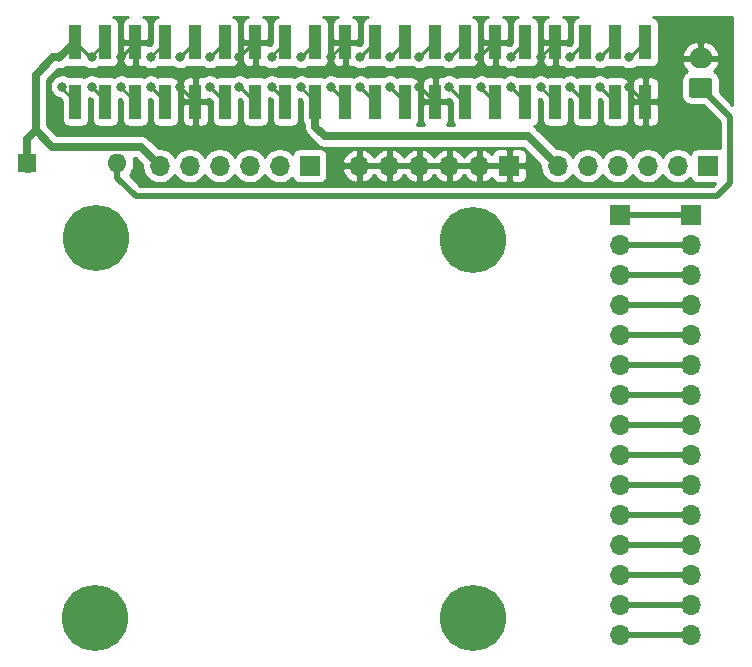
<source format=gbr>
%TF.GenerationSoftware,KiCad,Pcbnew,5.1.9-73d0e3b20d~88~ubuntu18.04.1*%
%TF.CreationDate,2021-07-10T12:21:25+03:00*%
%TF.ProjectId,Rpi-breakout,5270692d-6272-4656-916b-6f75742e6b69,rev?*%
%TF.SameCoordinates,Original*%
%TF.FileFunction,Copper,L2,Bot*%
%TF.FilePolarity,Positive*%
%FSLAX46Y46*%
G04 Gerber Fmt 4.6, Leading zero omitted, Abs format (unit mm)*
G04 Created by KiCad (PCBNEW 5.1.9-73d0e3b20d~88~ubuntu18.04.1) date 2021-07-10 12:21:25*
%MOMM*%
%LPD*%
G01*
G04 APERTURE LIST*
%TA.AperFunction,ComponentPad*%
%ADD10O,1.600000X1.600000*%
%TD*%
%TA.AperFunction,ComponentPad*%
%ADD11R,1.600000X1.600000*%
%TD*%
%TA.AperFunction,ComponentPad*%
%ADD12O,1.700000X1.700000*%
%TD*%
%TA.AperFunction,ComponentPad*%
%ADD13R,1.700000X1.700000*%
%TD*%
%TA.AperFunction,SMDPad,CuDef*%
%ADD14R,1.000000X3.000000*%
%TD*%
%TA.AperFunction,ComponentPad*%
%ADD15C,5.600000*%
%TD*%
%TA.AperFunction,ComponentPad*%
%ADD16O,2.000000X1.700000*%
%TD*%
%TA.AperFunction,ViaPad*%
%ADD17C,0.800000*%
%TD*%
%TA.AperFunction,Conductor*%
%ADD18C,0.250000*%
%TD*%
%TA.AperFunction,Conductor*%
%ADD19C,0.700000*%
%TD*%
%TA.AperFunction,Conductor*%
%ADD20C,0.500000*%
%TD*%
%TA.AperFunction,Conductor*%
%ADD21C,0.254000*%
%TD*%
%TA.AperFunction,Conductor*%
%ADD22C,0.100000*%
%TD*%
G04 APERTURE END LIST*
D10*
%TO.P,Fan,2*%
%TO.N,Net-(J102-Pad1)*%
X72920000Y-87500000D03*
D11*
%TO.P,Fan,1*%
%TO.N,+5V*%
X65300000Y-87500000D03*
%TD*%
D12*
%TO.P,J108,15*%
%TO.N,Net-(J107-Pad15)*%
X121500000Y-127460000D03*
%TO.P,J108,14*%
%TO.N,Net-(J107-Pad14)*%
X121500000Y-124920000D03*
%TO.P,J108,13*%
%TO.N,Net-(J107-Pad13)*%
X121500000Y-122380000D03*
%TO.P,J108,12*%
%TO.N,Net-(J107-Pad12)*%
X121500000Y-119840000D03*
%TO.P,J108,11*%
%TO.N,Net-(J107-Pad11)*%
X121500000Y-117300000D03*
%TO.P,J108,10*%
%TO.N,Net-(J107-Pad10)*%
X121500000Y-114760000D03*
%TO.P,J108,9*%
%TO.N,Net-(J107-Pad9)*%
X121500000Y-112220000D03*
%TO.P,J108,8*%
%TO.N,Net-(J107-Pad8)*%
X121500000Y-109680000D03*
%TO.P,J108,7*%
%TO.N,Net-(J107-Pad7)*%
X121500000Y-107140000D03*
%TO.P,J108,6*%
%TO.N,Net-(J107-Pad6)*%
X121500000Y-104600000D03*
%TO.P,J108,5*%
%TO.N,Net-(J107-Pad5)*%
X121500000Y-102060000D03*
%TO.P,J108,4*%
%TO.N,Net-(J107-Pad4)*%
X121500000Y-99520000D03*
%TO.P,J108,3*%
%TO.N,Net-(J107-Pad3)*%
X121500000Y-96980000D03*
%TO.P,J108,2*%
%TO.N,Net-(J107-Pad2)*%
X121500000Y-94440000D03*
D13*
%TO.P,J108,1*%
%TO.N,Net-(J107-Pad1)*%
X121500000Y-91900000D03*
%TD*%
D12*
%TO.P,J107,15*%
%TO.N,Net-(J107-Pad15)*%
X115500000Y-127460000D03*
%TO.P,J107,14*%
%TO.N,Net-(J107-Pad14)*%
X115500000Y-124920000D03*
%TO.P,J107,13*%
%TO.N,Net-(J107-Pad13)*%
X115500000Y-122380000D03*
%TO.P,J107,12*%
%TO.N,Net-(J107-Pad12)*%
X115500000Y-119840000D03*
%TO.P,J107,11*%
%TO.N,Net-(J107-Pad11)*%
X115500000Y-117300000D03*
%TO.P,J107,10*%
%TO.N,Net-(J107-Pad10)*%
X115500000Y-114760000D03*
%TO.P,J107,9*%
%TO.N,Net-(J107-Pad9)*%
X115500000Y-112220000D03*
%TO.P,J107,8*%
%TO.N,Net-(J107-Pad8)*%
X115500000Y-109680000D03*
%TO.P,J107,7*%
%TO.N,Net-(J107-Pad7)*%
X115500000Y-107140000D03*
%TO.P,J107,6*%
%TO.N,Net-(J107-Pad6)*%
X115500000Y-104600000D03*
%TO.P,J107,5*%
%TO.N,Net-(J107-Pad5)*%
X115500000Y-102060000D03*
%TO.P,J107,4*%
%TO.N,Net-(J107-Pad4)*%
X115500000Y-99520000D03*
%TO.P,J107,3*%
%TO.N,Net-(J107-Pad3)*%
X115500000Y-96980000D03*
%TO.P,J107,2*%
%TO.N,Net-(J107-Pad2)*%
X115500000Y-94440000D03*
D13*
%TO.P,J107,1*%
%TO.N,Net-(J107-Pad1)*%
X115500000Y-91900000D03*
%TD*%
D14*
%TO.P,J105,40*%
%TO.N,/C39*%
X117630000Y-77230000D03*
%TO.P,J105,39*%
%TO.N,GND*%
X117630000Y-82270000D03*
%TO.P,J105,38*%
%TO.N,/C37*%
X115090000Y-77230000D03*
%TO.P,J105,37*%
%TO.N,/C38*%
X115090000Y-82270000D03*
%TO.P,J105,36*%
%TO.N,/C35*%
X112550000Y-77230000D03*
%TO.P,J105,35*%
%TO.N,/C36*%
X112550000Y-82270000D03*
%TO.P,J105,34*%
%TO.N,GND*%
X110010000Y-77230000D03*
%TO.P,J105,33*%
%TO.N,/C34*%
X110010000Y-82270000D03*
%TO.P,J105,32*%
%TO.N,/C31*%
X107470000Y-77230000D03*
%TO.P,J105,31*%
%TO.N,/C32*%
X107470000Y-82270000D03*
%TO.P,J105,30*%
%TO.N,GND*%
X104930000Y-77230000D03*
%TO.P,J105,29*%
%TO.N,/C30*%
X104930000Y-82270000D03*
%TO.P,J105,28*%
%TO.N,/C27*%
X102390000Y-77230000D03*
%TO.P,J105,27*%
%TO.N,/C28*%
X102390000Y-82270000D03*
%TO.P,J105,26*%
%TO.N,/C25*%
X99850000Y-77230000D03*
%TO.P,J105,25*%
%TO.N,GND*%
X99850000Y-82270000D03*
%TO.P,J105,24*%
%TO.N,/C23*%
X97310000Y-77230000D03*
%TO.P,J105,23*%
%TO.N,/C24*%
X97310000Y-82270000D03*
%TO.P,J105,22*%
%TO.N,/C21*%
X94770000Y-77230000D03*
%TO.P,J105,21*%
%TO.N,/C22*%
X94770000Y-82270000D03*
%TO.P,J105,20*%
%TO.N,GND*%
X92230000Y-77230000D03*
%TO.P,J105,19*%
%TO.N,/C20*%
X92230000Y-82270000D03*
%TO.P,J105,18*%
%TO.N,/C17*%
X89690000Y-77230000D03*
%TO.P,J105,17*%
%TO.N,+3V3*%
X89690000Y-82270000D03*
%TO.P,J105,16*%
%TO.N,/C15*%
X87150000Y-77230000D03*
%TO.P,J105,15*%
%TO.N,/C16*%
X87150000Y-82270000D03*
%TO.P,J105,14*%
%TO.N,GND*%
X84610000Y-77230000D03*
%TO.P,J105,13*%
%TO.N,/C14*%
X84610000Y-82270000D03*
%TO.P,J105,12*%
%TO.N,/C11*%
X82070000Y-77230000D03*
%TO.P,J105,11*%
%TO.N,/C12*%
X82070000Y-82270000D03*
%TO.P,J105,10*%
%TO.N,/C9*%
X79530000Y-77230000D03*
%TO.P,J105,9*%
%TO.N,GND*%
X79530000Y-82270000D03*
%TO.P,J105,8*%
%TO.N,/C7*%
X76990000Y-77230000D03*
%TO.P,J105,7*%
%TO.N,/C8*%
X76990000Y-82270000D03*
%TO.P,J105,6*%
%TO.N,GND*%
X74450000Y-77230000D03*
%TO.P,J105,5*%
%TO.N,/C6*%
X74450000Y-82270000D03*
%TO.P,J105,4*%
%TO.N,+5V*%
X71910000Y-77230000D03*
%TO.P,J105,3*%
%TO.N,/C4*%
X71910000Y-82270000D03*
%TO.P,J105,2*%
%TO.N,+5V*%
X69370000Y-77230000D03*
%TO.P,J105,1*%
%TO.N,/C2*%
X69370000Y-82270000D03*
%TD*%
D15*
%TO.P,REF\u002A\u002A,1*%
%TO.N,N/C*%
X103000000Y-126000000D03*
%TD*%
%TO.P,REF\u002A\u002A,1*%
%TO.N,N/C*%
X71000000Y-126000000D03*
%TD*%
%TO.P,REF\u002A\u002A,1*%
%TO.N,N/C*%
X103000000Y-94000000D03*
%TD*%
%TO.P,REF\u002A\u002A,1*%
%TO.N,N/C*%
X71100000Y-93850000D03*
%TD*%
D12*
%TO.P,J106,6*%
%TO.N,+5V*%
X76500000Y-87700000D03*
%TO.P,J106,5*%
X79040000Y-87700000D03*
%TO.P,J106,4*%
X81580000Y-87700000D03*
%TO.P,J106,3*%
X84120000Y-87700000D03*
%TO.P,J106,2*%
X86660000Y-87700000D03*
D13*
%TO.P,J106,1*%
X89200000Y-87700000D03*
%TD*%
D12*
%TO.P,J104,6*%
%TO.N,+3V3*%
X110200000Y-87700000D03*
%TO.P,J104,5*%
X112740000Y-87700000D03*
%TO.P,J104,4*%
X115280000Y-87700000D03*
%TO.P,J104,3*%
X117820000Y-87700000D03*
%TO.P,J104,2*%
X120360000Y-87700000D03*
D13*
%TO.P,J104,1*%
X122900000Y-87700000D03*
%TD*%
D12*
%TO.P,J103,6*%
%TO.N,GND*%
X93400000Y-87700000D03*
%TO.P,J103,5*%
X95940000Y-87700000D03*
%TO.P,J103,4*%
X98480000Y-87700000D03*
%TO.P,J103,3*%
X101020000Y-87700000D03*
%TO.P,J103,2*%
X103560000Y-87700000D03*
D13*
%TO.P,J103,1*%
X106100000Y-87700000D03*
%TD*%
D16*
%TO.P,J102,2*%
%TO.N,GND*%
X122300000Y-78600000D03*
%TO.P,J102,1*%
%TO.N,Net-(J102-Pad1)*%
%TA.AperFunction,ComponentPad*%
G36*
G01*
X123050000Y-81950000D02*
X121550000Y-81950000D01*
G75*
G02*
X121300000Y-81700000I0J250000D01*
G01*
X121300000Y-80500000D01*
G75*
G02*
X121550000Y-80250000I250000J0D01*
G01*
X123050000Y-80250000D01*
G75*
G02*
X123300000Y-80500000I0J-250000D01*
G01*
X123300000Y-81700000D01*
G75*
G02*
X123050000Y-81950000I-250000J0D01*
G01*
G37*
%TD.AperFunction*%
%TD*%
D17*
%TO.N,/C39*%
X116250000Y-78500000D03*
%TO.N,/C38*%
X113750000Y-81000000D03*
%TO.N,/C37*%
X113750000Y-78500000D03*
%TO.N,/C36*%
X111250000Y-81000000D03*
%TO.N,/C35*%
X111250000Y-78500000D03*
%TO.N,/C34*%
X108750000Y-81000000D03*
%TO.N,/C32*%
X106250000Y-81000000D03*
%TO.N,/C31*%
X106250000Y-78500000D03*
%TO.N,/C30*%
X103750000Y-81000000D03*
%TO.N,/C28*%
X101000000Y-81000000D03*
%TO.N,/C27*%
X101000000Y-78500000D03*
%TO.N,/C25*%
X98500000Y-78500000D03*
%TO.N,/C24*%
X96000000Y-81000000D03*
%TO.N,/C23*%
X96000000Y-78500000D03*
%TO.N,/C22*%
X93500000Y-81000000D03*
%TO.N,/C21*%
X93500000Y-78500000D03*
%TO.N,/C20*%
X91000000Y-81000000D03*
%TO.N,/C17*%
X88500000Y-78500000D03*
%TO.N,/C16*%
X86000000Y-81000000D03*
%TO.N,/C15*%
X86000000Y-78500000D03*
%TO.N,/C14*%
X83250000Y-81000000D03*
%TO.N,/C12*%
X80750000Y-81000000D03*
%TO.N,/C11*%
X80750000Y-78500000D03*
%TO.N,/C9*%
X78250000Y-78500000D03*
%TO.N,/C8*%
X75750000Y-81000000D03*
%TO.N,/C7*%
X75750000Y-78500000D03*
%TO.N,/C6*%
X73250000Y-81000000D03*
%TO.N,/C4*%
X70750000Y-81000000D03*
%TO.N,/C2*%
X68250000Y-81000000D03*
%TO.N,GND*%
X116250000Y-81000000D03*
X108750000Y-78500000D03*
X103500000Y-78500000D03*
X98500000Y-81000000D03*
X91000000Y-78500000D03*
X83250000Y-78500000D03*
X78250000Y-81000000D03*
X73250000Y-78500000D03*
%TO.N,+5V*%
X70749998Y-78500000D03*
X68000000Y-78500000D03*
%TO.N,+3V3*%
X88500000Y-81000000D03*
%TD*%
D18*
%TO.N,/C39*%
X116360000Y-78500000D02*
X117630000Y-77230000D01*
X116250000Y-78500000D02*
X116360000Y-78500000D01*
%TO.N,/C38*%
X113820000Y-81000000D02*
X115090000Y-82270000D01*
X113750000Y-81000000D02*
X113820000Y-81000000D01*
%TO.N,/C37*%
X115090000Y-77230000D02*
X115020000Y-77230000D01*
X115020000Y-77230000D02*
X113750000Y-78500000D01*
%TO.N,/C36*%
X112550000Y-82270000D02*
X112520000Y-82270000D01*
X112520000Y-82270000D02*
X111250000Y-81000000D01*
%TO.N,/C35*%
X111280000Y-78500000D02*
X112550000Y-77230000D01*
X111250000Y-78500000D02*
X111280000Y-78500000D01*
%TO.N,/C34*%
X108750000Y-81010000D02*
X110010000Y-82270000D01*
X108750000Y-81000000D02*
X108750000Y-81010000D01*
%TO.N,/C32*%
X107470000Y-82270000D02*
X107470000Y-82220000D01*
X107470000Y-82220000D02*
X106250000Y-81000000D01*
%TO.N,/C31*%
X106250000Y-78450000D02*
X107470000Y-77230000D01*
X106250000Y-78500000D02*
X106250000Y-78450000D01*
%TO.N,/C30*%
X103750000Y-81090000D02*
X104930000Y-82270000D01*
X103750000Y-81000000D02*
X103750000Y-81090000D01*
%TO.N,/C28*%
X102390000Y-82270000D02*
X102270000Y-82270000D01*
X102270000Y-82270000D02*
X101000000Y-81000000D01*
%TO.N,/C27*%
X101120000Y-78500000D02*
X102390000Y-77230000D01*
X101000000Y-78500000D02*
X101120000Y-78500000D01*
%TO.N,/C25*%
X99850000Y-77230000D02*
X99770000Y-77230000D01*
X99770000Y-77230000D02*
X98500000Y-78500000D01*
%TO.N,/C24*%
X97310000Y-82270000D02*
X97270000Y-82270000D01*
X97270000Y-82270000D02*
X96000000Y-81000000D01*
%TO.N,/C23*%
X96040000Y-78500000D02*
X97310000Y-77230000D01*
X96000000Y-78500000D02*
X96040000Y-78500000D01*
%TO.N,/C22*%
X93500000Y-81000000D02*
X94770000Y-82270000D01*
%TO.N,/C21*%
X94770000Y-77230000D02*
X93500000Y-78500000D01*
%TO.N,/C20*%
X92230000Y-82270000D02*
X92230000Y-82230000D01*
X92230000Y-82230000D02*
X91000000Y-81000000D01*
%TO.N,/C17*%
X89690000Y-77230000D02*
X89690000Y-77310000D01*
X89690000Y-77310000D02*
X88500000Y-78500000D01*
%TO.N,/C16*%
X87150000Y-82270000D02*
X87150000Y-82150000D01*
X87150000Y-82150000D02*
X86000000Y-81000000D01*
%TO.N,/C15*%
X86000000Y-78380000D02*
X87150000Y-77230000D01*
X86000000Y-78500000D02*
X86000000Y-78380000D01*
%TO.N,/C14*%
X83340000Y-81000000D02*
X84610000Y-82270000D01*
X83250000Y-81000000D02*
X83340000Y-81000000D01*
%TO.N,/C12*%
X82070000Y-82270000D02*
X82020000Y-82270000D01*
X82020000Y-82270000D02*
X80750000Y-81000000D01*
%TO.N,/C11*%
X80800000Y-78500000D02*
X82070000Y-77230000D01*
X80750000Y-78500000D02*
X80800000Y-78500000D01*
%TO.N,/C9*%
X79520000Y-77230000D02*
X78250000Y-78500000D01*
X79530000Y-77230000D02*
X79520000Y-77230000D01*
%TO.N,/C8*%
X76990000Y-82270000D02*
X76990000Y-82240000D01*
X76990000Y-82240000D02*
X75750000Y-81000000D01*
%TO.N,/C7*%
X75750000Y-78470000D02*
X76990000Y-77230000D01*
X75750000Y-78500000D02*
X75750000Y-78470000D01*
%TO.N,/C6*%
X73250000Y-81070000D02*
X74450000Y-82270000D01*
X73250000Y-81000000D02*
X73250000Y-81070000D01*
%TO.N,/C4*%
X71910000Y-82270000D02*
X71910000Y-82160000D01*
X71910000Y-82160000D02*
X70750000Y-81000000D01*
%TO.N,/C2*%
X68250000Y-81150000D02*
X68250000Y-81000000D01*
X69370000Y-82270000D02*
X68250000Y-81150000D01*
%TO.N,GND*%
X117630000Y-82270000D02*
X117520000Y-82270000D01*
X117520000Y-82270000D02*
X116250000Y-81000000D01*
X110010000Y-77230000D02*
X110010000Y-77240000D01*
X110010000Y-77240000D02*
X108750000Y-78500000D01*
X104930000Y-77230000D02*
X104770000Y-77230000D01*
X104770000Y-77230000D02*
X103500000Y-78500000D01*
X98580000Y-81000000D02*
X99850000Y-82270000D01*
X98500000Y-81000000D02*
X98580000Y-81000000D01*
X91000000Y-78460000D02*
X92230000Y-77230000D01*
X91000000Y-78500000D02*
X91000000Y-78460000D01*
X84610000Y-77230000D02*
X84520000Y-77230000D01*
X84520000Y-77230000D02*
X83250000Y-78500000D01*
X79530000Y-82270000D02*
X78260000Y-81000000D01*
X78260000Y-81000000D02*
X78250000Y-81000000D01*
X74450000Y-77230000D02*
X74450000Y-77300000D01*
X74450000Y-77300000D02*
X73250000Y-78500000D01*
%TO.N,+5V*%
X70749998Y-78390002D02*
X70749998Y-78500000D01*
X71910000Y-77230000D02*
X70749998Y-78390002D01*
D19*
X69370000Y-77230000D02*
X68100000Y-78500000D01*
D18*
X68100000Y-78500000D02*
X68000000Y-78500000D01*
D19*
X68000000Y-78500000D02*
X67500000Y-78500000D01*
X67500000Y-78500000D02*
X66000000Y-80000000D01*
D18*
X70640000Y-78500000D02*
X69370000Y-77230000D01*
X70749998Y-78500000D02*
X70640000Y-78500000D01*
D19*
X65300000Y-88000000D02*
X65400000Y-88000000D01*
X66000000Y-80000000D02*
X66000000Y-84300000D01*
X66000000Y-84300000D02*
X66000000Y-84700000D01*
X67400000Y-86100000D02*
X66000000Y-84700000D01*
X74500000Y-86100000D02*
X67400000Y-86100000D01*
D18*
X65300000Y-87700000D02*
X65300000Y-87500000D01*
X75100000Y-86100000D02*
X75200000Y-86200000D01*
X74500000Y-86100000D02*
X75100000Y-86100000D01*
D19*
X74900000Y-86100000D02*
X76500000Y-87700000D01*
X74500000Y-86100000D02*
X74900000Y-86100000D01*
X65300000Y-85400000D02*
X66000000Y-84700000D01*
X65300000Y-87500000D02*
X65300000Y-85400000D01*
D18*
%TO.N,+3V3*%
X88500000Y-81080000D02*
X89690000Y-82270000D01*
X88500000Y-81000000D02*
X88500000Y-81080000D01*
D19*
X89690000Y-84390000D02*
X89690000Y-82270000D01*
X107600000Y-85200000D02*
X90500000Y-85200000D01*
X90500000Y-85200000D02*
X89690000Y-84390000D01*
X107700000Y-85200000D02*
X110200000Y-87700000D01*
D18*
X107600000Y-85200000D02*
X107700000Y-85200000D01*
D20*
%TO.N,Net-(J107-Pad11)*%
X115500000Y-117300000D02*
X121500000Y-117300000D01*
%TO.N,Net-(J107-Pad10)*%
X121500000Y-114760000D02*
X115500000Y-114760000D01*
%TO.N,Net-(J107-Pad9)*%
X115500000Y-112220000D02*
X121500000Y-112220000D01*
%TO.N,Net-(J107-Pad8)*%
X121500000Y-109680000D02*
X115500000Y-109680000D01*
%TO.N,Net-(J107-Pad7)*%
X115500000Y-107140000D02*
X121500000Y-107140000D01*
%TO.N,Net-(J107-Pad6)*%
X121500000Y-104600000D02*
X115500000Y-104600000D01*
%TO.N,Net-(J107-Pad5)*%
X115500000Y-102060000D02*
X121500000Y-102060000D01*
%TO.N,Net-(J107-Pad4)*%
X121500000Y-99520000D02*
X115500000Y-99520000D01*
%TO.N,Net-(J107-Pad3)*%
X115500000Y-96980000D02*
X121500000Y-96980000D01*
%TO.N,Net-(J107-Pad2)*%
X121500000Y-94440000D02*
X115500000Y-94440000D01*
%TO.N,Net-(J107-Pad1)*%
X115500000Y-91900000D02*
X121500000Y-91900000D01*
%TO.N,Net-(J107-Pad15)*%
X115500000Y-127460000D02*
X121500000Y-127460000D01*
%TO.N,Net-(J107-Pad14)*%
X121500000Y-124920000D02*
X115500000Y-124920000D01*
%TO.N,Net-(J107-Pad13)*%
X115500000Y-122380000D02*
X121500000Y-122380000D01*
%TO.N,Net-(J107-Pad12)*%
X121500000Y-119840000D02*
X115500000Y-119840000D01*
%TO.N,Net-(J102-Pad1)*%
X124800000Y-83600000D02*
X122300000Y-81100000D01*
X124800000Y-89200000D02*
X124800000Y-83600000D01*
X123700000Y-90300000D02*
X124800000Y-89200000D01*
X75220000Y-90300000D02*
X123700000Y-90300000D01*
X72920000Y-88220000D02*
X72920000Y-87700000D01*
X75220000Y-90300000D02*
X75000000Y-90300000D01*
D18*
X75220000Y-90300000D02*
X75220000Y-90200000D01*
D20*
X75220000Y-90300000D02*
X74500000Y-90300000D01*
X74500000Y-90300000D02*
X72920000Y-88720000D01*
X72920000Y-88720000D02*
X72920000Y-87500000D01*
%TD*%
D21*
%TO.N,GND*%
X73705820Y-75140498D02*
X73595506Y-75199463D01*
X73498815Y-75278815D01*
X73419463Y-75375506D01*
X73360498Y-75485820D01*
X73324188Y-75605518D01*
X73311928Y-75730000D01*
X73315000Y-76944250D01*
X73473750Y-77103000D01*
X74323000Y-77103000D01*
X74323000Y-77083000D01*
X74577000Y-77083000D01*
X74577000Y-77103000D01*
X75426250Y-77103000D01*
X75585000Y-76944250D01*
X75588072Y-75730000D01*
X75575812Y-75605518D01*
X75539502Y-75485820D01*
X75480537Y-75375506D01*
X75401185Y-75278815D01*
X75304494Y-75199463D01*
X75194180Y-75140498D01*
X75093642Y-75110000D01*
X76346358Y-75110000D01*
X76245820Y-75140498D01*
X76135506Y-75199463D01*
X76038815Y-75278815D01*
X75959463Y-75375506D01*
X75900498Y-75485820D01*
X75864188Y-75605518D01*
X75851928Y-75730000D01*
X75851928Y-77293270D01*
X75680199Y-77465000D01*
X75648061Y-77465000D01*
X75553132Y-77483882D01*
X75426250Y-77357000D01*
X74577000Y-77357000D01*
X74577000Y-79206250D01*
X74735750Y-79365000D01*
X74950000Y-79368072D01*
X75074482Y-79355812D01*
X75138706Y-79336330D01*
X75259744Y-79417205D01*
X75448102Y-79495226D01*
X75648061Y-79535000D01*
X75851939Y-79535000D01*
X76051898Y-79495226D01*
X76240256Y-79417205D01*
X76342560Y-79348848D01*
X76365518Y-79355812D01*
X76490000Y-79368072D01*
X77490000Y-79368072D01*
X77614482Y-79355812D01*
X77651195Y-79344675D01*
X77759744Y-79417205D01*
X77948102Y-79495226D01*
X78148061Y-79535000D01*
X78351939Y-79535000D01*
X78551898Y-79495226D01*
X78740256Y-79417205D01*
X78855050Y-79340503D01*
X78905518Y-79355812D01*
X79030000Y-79368072D01*
X80030000Y-79368072D01*
X80154482Y-79355812D01*
X80163685Y-79353020D01*
X80259744Y-79417205D01*
X80448102Y-79495226D01*
X80648061Y-79535000D01*
X80851939Y-79535000D01*
X81051898Y-79495226D01*
X81240256Y-79417205D01*
X81367539Y-79332157D01*
X81445518Y-79355812D01*
X81570000Y-79368072D01*
X82570000Y-79368072D01*
X82694482Y-79355812D01*
X82814180Y-79319502D01*
X82924494Y-79260537D01*
X83021185Y-79181185D01*
X83100537Y-79084494D01*
X83159502Y-78974180D01*
X83195812Y-78854482D01*
X83208072Y-78730000D01*
X83471928Y-78730000D01*
X83484188Y-78854482D01*
X83520498Y-78974180D01*
X83579463Y-79084494D01*
X83658815Y-79181185D01*
X83755506Y-79260537D01*
X83865820Y-79319502D01*
X83985518Y-79355812D01*
X84110000Y-79368072D01*
X84324250Y-79365000D01*
X84483000Y-79206250D01*
X84483000Y-77357000D01*
X83633750Y-77357000D01*
X83475000Y-77515750D01*
X83471928Y-78730000D01*
X83208072Y-78730000D01*
X83208072Y-75730000D01*
X83195812Y-75605518D01*
X83159502Y-75485820D01*
X83100537Y-75375506D01*
X83021185Y-75278815D01*
X82924494Y-75199463D01*
X82814180Y-75140498D01*
X82713642Y-75110000D01*
X83966358Y-75110000D01*
X83865820Y-75140498D01*
X83755506Y-75199463D01*
X83658815Y-75278815D01*
X83579463Y-75375506D01*
X83520498Y-75485820D01*
X83484188Y-75605518D01*
X83471928Y-75730000D01*
X83475000Y-76944250D01*
X83633750Y-77103000D01*
X84483000Y-77103000D01*
X84483000Y-77083000D01*
X84737000Y-77083000D01*
X84737000Y-77103000D01*
X85586250Y-77103000D01*
X85745000Y-76944250D01*
X85748072Y-75730000D01*
X85735812Y-75605518D01*
X85699502Y-75485820D01*
X85640537Y-75375506D01*
X85561185Y-75278815D01*
X85464494Y-75199463D01*
X85354180Y-75140498D01*
X85253642Y-75110000D01*
X86506358Y-75110000D01*
X86405820Y-75140498D01*
X86295506Y-75199463D01*
X86198815Y-75278815D01*
X86119463Y-75375506D01*
X86060498Y-75485820D01*
X86024188Y-75605518D01*
X86011928Y-75730000D01*
X86011928Y-77293271D01*
X85825831Y-77479367D01*
X85728064Y-77498814D01*
X85586250Y-77357000D01*
X84737000Y-77357000D01*
X84737000Y-79206250D01*
X84895750Y-79365000D01*
X85110000Y-79368072D01*
X85234482Y-79355812D01*
X85354180Y-79319502D01*
X85359369Y-79316728D01*
X85509744Y-79417205D01*
X85698102Y-79495226D01*
X85898061Y-79535000D01*
X86101939Y-79535000D01*
X86301898Y-79495226D01*
X86490256Y-79417205D01*
X86574864Y-79360672D01*
X86650000Y-79368072D01*
X87650000Y-79368072D01*
X87774482Y-79355812D01*
X87873094Y-79325898D01*
X88009744Y-79417205D01*
X88198102Y-79495226D01*
X88398061Y-79535000D01*
X88601939Y-79535000D01*
X88801898Y-79495226D01*
X88990256Y-79417205D01*
X89080002Y-79357239D01*
X89190000Y-79368072D01*
X90190000Y-79368072D01*
X90314482Y-79355812D01*
X90434180Y-79319502D01*
X90544494Y-79260537D01*
X90641185Y-79181185D01*
X90720537Y-79084494D01*
X90779502Y-78974180D01*
X90815812Y-78854482D01*
X90828072Y-78730000D01*
X91091928Y-78730000D01*
X91104188Y-78854482D01*
X91140498Y-78974180D01*
X91199463Y-79084494D01*
X91278815Y-79181185D01*
X91375506Y-79260537D01*
X91485820Y-79319502D01*
X91605518Y-79355812D01*
X91730000Y-79368072D01*
X91944250Y-79365000D01*
X92103000Y-79206250D01*
X92103000Y-77357000D01*
X91253750Y-77357000D01*
X91095000Y-77515750D01*
X91091928Y-78730000D01*
X90828072Y-78730000D01*
X90828072Y-75730000D01*
X90815812Y-75605518D01*
X90779502Y-75485820D01*
X90720537Y-75375506D01*
X90641185Y-75278815D01*
X90544494Y-75199463D01*
X90434180Y-75140498D01*
X90333642Y-75110000D01*
X91586358Y-75110000D01*
X91485820Y-75140498D01*
X91375506Y-75199463D01*
X91278815Y-75278815D01*
X91199463Y-75375506D01*
X91140498Y-75485820D01*
X91104188Y-75605518D01*
X91091928Y-75730000D01*
X91095000Y-76944250D01*
X91253750Y-77103000D01*
X92103000Y-77103000D01*
X92103000Y-77083000D01*
X92357000Y-77083000D01*
X92357000Y-77103000D01*
X93206250Y-77103000D01*
X93365000Y-76944250D01*
X93368072Y-75730000D01*
X93355812Y-75605518D01*
X93319502Y-75485820D01*
X93260537Y-75375506D01*
X93181185Y-75278815D01*
X93084494Y-75199463D01*
X92974180Y-75140498D01*
X92873642Y-75110000D01*
X94126358Y-75110000D01*
X94025820Y-75140498D01*
X93915506Y-75199463D01*
X93818815Y-75278815D01*
X93739463Y-75375506D01*
X93680498Y-75485820D01*
X93644188Y-75605518D01*
X93631928Y-75730000D01*
X93631928Y-77293270D01*
X93460199Y-77465000D01*
X93398061Y-77465000D01*
X93328155Y-77478905D01*
X93206250Y-77357000D01*
X92357000Y-77357000D01*
X92357000Y-79206250D01*
X92515750Y-79365000D01*
X92730000Y-79368072D01*
X92854482Y-79355812D01*
X92898073Y-79342589D01*
X93009744Y-79417205D01*
X93198102Y-79495226D01*
X93398061Y-79535000D01*
X93601939Y-79535000D01*
X93801898Y-79495226D01*
X93990256Y-79417205D01*
X94101927Y-79342589D01*
X94145518Y-79355812D01*
X94270000Y-79368072D01*
X95270000Y-79368072D01*
X95394482Y-79355812D01*
X95410562Y-79350934D01*
X95509744Y-79417205D01*
X95698102Y-79495226D01*
X95898061Y-79535000D01*
X96101939Y-79535000D01*
X96301898Y-79495226D01*
X96490256Y-79417205D01*
X96614417Y-79334244D01*
X96685518Y-79355812D01*
X96810000Y-79368072D01*
X97810000Y-79368072D01*
X97919998Y-79357239D01*
X98009744Y-79417205D01*
X98198102Y-79495226D01*
X98398061Y-79535000D01*
X98601939Y-79535000D01*
X98801898Y-79495226D01*
X98990256Y-79417205D01*
X99126906Y-79325898D01*
X99225518Y-79355812D01*
X99350000Y-79368072D01*
X100350000Y-79368072D01*
X100425136Y-79360672D01*
X100509744Y-79417205D01*
X100698102Y-79495226D01*
X100898061Y-79535000D01*
X101101939Y-79535000D01*
X101301898Y-79495226D01*
X101490256Y-79417205D01*
X101640631Y-79316728D01*
X101645820Y-79319502D01*
X101765518Y-79355812D01*
X101890000Y-79368072D01*
X102890000Y-79368072D01*
X103014482Y-79355812D01*
X103134180Y-79319502D01*
X103244494Y-79260537D01*
X103341185Y-79181185D01*
X103420537Y-79084494D01*
X103479502Y-78974180D01*
X103515812Y-78854482D01*
X103528072Y-78730000D01*
X103791928Y-78730000D01*
X103804188Y-78854482D01*
X103840498Y-78974180D01*
X103899463Y-79084494D01*
X103978815Y-79181185D01*
X104075506Y-79260537D01*
X104185820Y-79319502D01*
X104305518Y-79355812D01*
X104430000Y-79368072D01*
X104644250Y-79365000D01*
X104803000Y-79206250D01*
X104803000Y-77357000D01*
X103953750Y-77357000D01*
X103795000Y-77515750D01*
X103791928Y-78730000D01*
X103528072Y-78730000D01*
X103528072Y-75730000D01*
X103515812Y-75605518D01*
X103479502Y-75485820D01*
X103420537Y-75375506D01*
X103341185Y-75278815D01*
X103244494Y-75199463D01*
X103134180Y-75140498D01*
X103033642Y-75110000D01*
X104286358Y-75110000D01*
X104185820Y-75140498D01*
X104075506Y-75199463D01*
X103978815Y-75278815D01*
X103899463Y-75375506D01*
X103840498Y-75485820D01*
X103804188Y-75605518D01*
X103791928Y-75730000D01*
X103795000Y-76944250D01*
X103953750Y-77103000D01*
X104803000Y-77103000D01*
X104803000Y-77083000D01*
X105057000Y-77083000D01*
X105057000Y-77103000D01*
X105906250Y-77103000D01*
X106065000Y-76944250D01*
X106068072Y-75730000D01*
X106055812Y-75605518D01*
X106019502Y-75485820D01*
X105960537Y-75375506D01*
X105881185Y-75278815D01*
X105784494Y-75199463D01*
X105674180Y-75140498D01*
X105573642Y-75110000D01*
X106826358Y-75110000D01*
X106725820Y-75140498D01*
X106615506Y-75199463D01*
X106518815Y-75278815D01*
X106439463Y-75375506D01*
X106380498Y-75485820D01*
X106344188Y-75605518D01*
X106331928Y-75730000D01*
X106331928Y-77293270D01*
X106160199Y-77465000D01*
X106148061Y-77465000D01*
X106036451Y-77487201D01*
X105906250Y-77357000D01*
X105057000Y-77357000D01*
X105057000Y-79206250D01*
X105215750Y-79365000D01*
X105430000Y-79368072D01*
X105554482Y-79355812D01*
X105632461Y-79332157D01*
X105759744Y-79417205D01*
X105948102Y-79495226D01*
X106148061Y-79535000D01*
X106351939Y-79535000D01*
X106551898Y-79495226D01*
X106740256Y-79417205D01*
X106836315Y-79353020D01*
X106845518Y-79355812D01*
X106970000Y-79368072D01*
X107970000Y-79368072D01*
X108094482Y-79355812D01*
X108214180Y-79319502D01*
X108324494Y-79260537D01*
X108421185Y-79181185D01*
X108500537Y-79084494D01*
X108559502Y-78974180D01*
X108595812Y-78854482D01*
X108608072Y-78730000D01*
X108871928Y-78730000D01*
X108884188Y-78854482D01*
X108920498Y-78974180D01*
X108979463Y-79084494D01*
X109058815Y-79181185D01*
X109155506Y-79260537D01*
X109265820Y-79319502D01*
X109385518Y-79355812D01*
X109510000Y-79368072D01*
X109724250Y-79365000D01*
X109883000Y-79206250D01*
X109883000Y-77357000D01*
X109033750Y-77357000D01*
X108875000Y-77515750D01*
X108871928Y-78730000D01*
X108608072Y-78730000D01*
X108608072Y-75730000D01*
X108595812Y-75605518D01*
X108559502Y-75485820D01*
X108500537Y-75375506D01*
X108421185Y-75278815D01*
X108324494Y-75199463D01*
X108214180Y-75140498D01*
X108113642Y-75110000D01*
X109366358Y-75110000D01*
X109265820Y-75140498D01*
X109155506Y-75199463D01*
X109058815Y-75278815D01*
X108979463Y-75375506D01*
X108920498Y-75485820D01*
X108884188Y-75605518D01*
X108871928Y-75730000D01*
X108875000Y-76944250D01*
X109033750Y-77103000D01*
X109883000Y-77103000D01*
X109883000Y-77083000D01*
X110137000Y-77083000D01*
X110137000Y-77103000D01*
X110986250Y-77103000D01*
X111145000Y-76944250D01*
X111148072Y-75730000D01*
X111135812Y-75605518D01*
X111099502Y-75485820D01*
X111040537Y-75375506D01*
X110961185Y-75278815D01*
X110864494Y-75199463D01*
X110754180Y-75140498D01*
X110653642Y-75110000D01*
X111906358Y-75110000D01*
X111805820Y-75140498D01*
X111695506Y-75199463D01*
X111598815Y-75278815D01*
X111519463Y-75375506D01*
X111460498Y-75485820D01*
X111424188Y-75605518D01*
X111411928Y-75730000D01*
X111411928Y-77293270D01*
X111240199Y-77465000D01*
X111148061Y-77465000D01*
X111103178Y-77473928D01*
X110986250Y-77357000D01*
X110137000Y-77357000D01*
X110137000Y-79206250D01*
X110295750Y-79365000D01*
X110510000Y-79368072D01*
X110634482Y-79355812D01*
X110657440Y-79348848D01*
X110759744Y-79417205D01*
X110948102Y-79495226D01*
X111148061Y-79535000D01*
X111351939Y-79535000D01*
X111551898Y-79495226D01*
X111740256Y-79417205D01*
X111861294Y-79336330D01*
X111925518Y-79355812D01*
X112050000Y-79368072D01*
X113050000Y-79368072D01*
X113168713Y-79356380D01*
X113259744Y-79417205D01*
X113448102Y-79495226D01*
X113648061Y-79535000D01*
X113851939Y-79535000D01*
X114051898Y-79495226D01*
X114240256Y-79417205D01*
X114373784Y-79327985D01*
X114465518Y-79355812D01*
X114590000Y-79368072D01*
X115590000Y-79368072D01*
X115673852Y-79359814D01*
X115759744Y-79417205D01*
X115948102Y-79495226D01*
X116148061Y-79535000D01*
X116351939Y-79535000D01*
X116551898Y-79495226D01*
X116740256Y-79417205D01*
X116886273Y-79319640D01*
X117005518Y-79355812D01*
X117130000Y-79368072D01*
X118130000Y-79368072D01*
X118254482Y-79355812D01*
X118374180Y-79319502D01*
X118484494Y-79260537D01*
X118581185Y-79181185D01*
X118660537Y-79084494D01*
X118719502Y-78974180D01*
X118755812Y-78854482D01*
X118768072Y-78730000D01*
X118768072Y-78243110D01*
X120708524Y-78243110D01*
X120829845Y-78473000D01*
X122173000Y-78473000D01*
X122173000Y-77272768D01*
X122427000Y-77272768D01*
X122427000Y-78473000D01*
X123770155Y-78473000D01*
X123891476Y-78243110D01*
X123889554Y-78230739D01*
X123789854Y-77956991D01*
X123638664Y-77707954D01*
X123441795Y-77493198D01*
X123206812Y-77320975D01*
X122942745Y-77197904D01*
X122659742Y-77128715D01*
X122427000Y-77272768D01*
X122173000Y-77272768D01*
X121940258Y-77128715D01*
X121657255Y-77197904D01*
X121393188Y-77320975D01*
X121158205Y-77493198D01*
X120961336Y-77707954D01*
X120810146Y-77956991D01*
X120710446Y-78230739D01*
X120708524Y-78243110D01*
X118768072Y-78243110D01*
X118768072Y-75730000D01*
X118755812Y-75605518D01*
X118719502Y-75485820D01*
X118660537Y-75375506D01*
X118581185Y-75278815D01*
X118484494Y-75199463D01*
X118374180Y-75140498D01*
X118273642Y-75110000D01*
X124865278Y-75110000D01*
X124916820Y-75115054D01*
X124932996Y-75119938D01*
X124947923Y-75127874D01*
X124961018Y-75138554D01*
X124971789Y-75151575D01*
X124979830Y-75166445D01*
X124984827Y-75182590D01*
X124990000Y-75231805D01*
X124990000Y-82538421D01*
X123938072Y-81486494D01*
X123938072Y-80500000D01*
X123921008Y-80326746D01*
X123870472Y-80160150D01*
X123788405Y-80006614D01*
X123677962Y-79872038D01*
X123543386Y-79761595D01*
X123441407Y-79707086D01*
X123441795Y-79706802D01*
X123638664Y-79492046D01*
X123789854Y-79243009D01*
X123889554Y-78969261D01*
X123891476Y-78956890D01*
X123770155Y-78727000D01*
X122427000Y-78727000D01*
X122427000Y-78747000D01*
X122173000Y-78747000D01*
X122173000Y-78727000D01*
X120829845Y-78727000D01*
X120708524Y-78956890D01*
X120710446Y-78969261D01*
X120810146Y-79243009D01*
X120961336Y-79492046D01*
X121158205Y-79706802D01*
X121158593Y-79707086D01*
X121056614Y-79761595D01*
X120922038Y-79872038D01*
X120811595Y-80006614D01*
X120729528Y-80160150D01*
X120678992Y-80326746D01*
X120661928Y-80500000D01*
X120661928Y-81700000D01*
X120678992Y-81873254D01*
X120729528Y-82039850D01*
X120811595Y-82193386D01*
X120922038Y-82327962D01*
X121056614Y-82438405D01*
X121210150Y-82520472D01*
X121376746Y-82571008D01*
X121550000Y-82588072D01*
X122536494Y-82588072D01*
X123915001Y-83966580D01*
X123915001Y-86236479D01*
X123874482Y-86224188D01*
X123750000Y-86211928D01*
X122050000Y-86211928D01*
X121925518Y-86224188D01*
X121805820Y-86260498D01*
X121695506Y-86319463D01*
X121598815Y-86398815D01*
X121519463Y-86495506D01*
X121460498Y-86605820D01*
X121438487Y-86678380D01*
X121306632Y-86546525D01*
X121063411Y-86384010D01*
X120793158Y-86272068D01*
X120506260Y-86215000D01*
X120213740Y-86215000D01*
X119926842Y-86272068D01*
X119656589Y-86384010D01*
X119413368Y-86546525D01*
X119206525Y-86753368D01*
X119090000Y-86927760D01*
X118973475Y-86753368D01*
X118766632Y-86546525D01*
X118523411Y-86384010D01*
X118253158Y-86272068D01*
X117966260Y-86215000D01*
X117673740Y-86215000D01*
X117386842Y-86272068D01*
X117116589Y-86384010D01*
X116873368Y-86546525D01*
X116666525Y-86753368D01*
X116550000Y-86927760D01*
X116433475Y-86753368D01*
X116226632Y-86546525D01*
X115983411Y-86384010D01*
X115713158Y-86272068D01*
X115426260Y-86215000D01*
X115133740Y-86215000D01*
X114846842Y-86272068D01*
X114576589Y-86384010D01*
X114333368Y-86546525D01*
X114126525Y-86753368D01*
X114010000Y-86927760D01*
X113893475Y-86753368D01*
X113686632Y-86546525D01*
X113443411Y-86384010D01*
X113173158Y-86272068D01*
X112886260Y-86215000D01*
X112593740Y-86215000D01*
X112306842Y-86272068D01*
X112036589Y-86384010D01*
X111793368Y-86546525D01*
X111586525Y-86753368D01*
X111470000Y-86927760D01*
X111353475Y-86753368D01*
X111146632Y-86546525D01*
X110903411Y-86384010D01*
X110633158Y-86272068D01*
X110346260Y-86215000D01*
X110108001Y-86215000D01*
X108362290Y-84469290D01*
X108249883Y-84377041D01*
X108215625Y-84358730D01*
X108324494Y-84300537D01*
X108421185Y-84221185D01*
X108500537Y-84124494D01*
X108559502Y-84014180D01*
X108595812Y-83894482D01*
X108608072Y-83770000D01*
X108608072Y-82027046D01*
X108648061Y-82035000D01*
X108700199Y-82035000D01*
X108871928Y-82206730D01*
X108871928Y-83770000D01*
X108884188Y-83894482D01*
X108920498Y-84014180D01*
X108979463Y-84124494D01*
X109058815Y-84221185D01*
X109155506Y-84300537D01*
X109265820Y-84359502D01*
X109385518Y-84395812D01*
X109510000Y-84408072D01*
X110510000Y-84408072D01*
X110634482Y-84395812D01*
X110754180Y-84359502D01*
X110864494Y-84300537D01*
X110961185Y-84221185D01*
X111040537Y-84124494D01*
X111099502Y-84014180D01*
X111135812Y-83894482D01*
X111148072Y-83770000D01*
X111148072Y-82035000D01*
X111210199Y-82035000D01*
X111411928Y-82236730D01*
X111411928Y-83770000D01*
X111424188Y-83894482D01*
X111460498Y-84014180D01*
X111519463Y-84124494D01*
X111598815Y-84221185D01*
X111695506Y-84300537D01*
X111805820Y-84359502D01*
X111925518Y-84395812D01*
X112050000Y-84408072D01*
X113050000Y-84408072D01*
X113174482Y-84395812D01*
X113294180Y-84359502D01*
X113404494Y-84300537D01*
X113501185Y-84221185D01*
X113580537Y-84124494D01*
X113639502Y-84014180D01*
X113675812Y-83894482D01*
X113688072Y-83770000D01*
X113688072Y-82035000D01*
X113780199Y-82035000D01*
X113951928Y-82206730D01*
X113951928Y-83770000D01*
X113964188Y-83894482D01*
X114000498Y-84014180D01*
X114059463Y-84124494D01*
X114138815Y-84221185D01*
X114235506Y-84300537D01*
X114345820Y-84359502D01*
X114465518Y-84395812D01*
X114590000Y-84408072D01*
X115590000Y-84408072D01*
X115714482Y-84395812D01*
X115834180Y-84359502D01*
X115944494Y-84300537D01*
X116041185Y-84221185D01*
X116120537Y-84124494D01*
X116179502Y-84014180D01*
X116215812Y-83894482D01*
X116228072Y-83770000D01*
X116491928Y-83770000D01*
X116504188Y-83894482D01*
X116540498Y-84014180D01*
X116599463Y-84124494D01*
X116678815Y-84221185D01*
X116775506Y-84300537D01*
X116885820Y-84359502D01*
X117005518Y-84395812D01*
X117130000Y-84408072D01*
X117344250Y-84405000D01*
X117503000Y-84246250D01*
X117503000Y-82397000D01*
X117757000Y-82397000D01*
X117757000Y-84246250D01*
X117915750Y-84405000D01*
X118130000Y-84408072D01*
X118254482Y-84395812D01*
X118374180Y-84359502D01*
X118484494Y-84300537D01*
X118581185Y-84221185D01*
X118660537Y-84124494D01*
X118719502Y-84014180D01*
X118755812Y-83894482D01*
X118768072Y-83770000D01*
X118765000Y-82555750D01*
X118606250Y-82397000D01*
X117757000Y-82397000D01*
X117503000Y-82397000D01*
X116653750Y-82397000D01*
X116495000Y-82555750D01*
X116491928Y-83770000D01*
X116228072Y-83770000D01*
X116228072Y-80770000D01*
X116491928Y-80770000D01*
X116495000Y-81984250D01*
X116653750Y-82143000D01*
X117503000Y-82143000D01*
X117503000Y-80293750D01*
X117757000Y-80293750D01*
X117757000Y-82143000D01*
X118606250Y-82143000D01*
X118765000Y-81984250D01*
X118768072Y-80770000D01*
X118755812Y-80645518D01*
X118719502Y-80525820D01*
X118660537Y-80415506D01*
X118581185Y-80318815D01*
X118484494Y-80239463D01*
X118374180Y-80180498D01*
X118254482Y-80144188D01*
X118130000Y-80131928D01*
X117915750Y-80135000D01*
X117757000Y-80293750D01*
X117503000Y-80293750D01*
X117344250Y-80135000D01*
X117130000Y-80131928D01*
X117005518Y-80144188D01*
X116885820Y-80180498D01*
X116775506Y-80239463D01*
X116678815Y-80318815D01*
X116599463Y-80415506D01*
X116540498Y-80525820D01*
X116504188Y-80645518D01*
X116491928Y-80770000D01*
X116228072Y-80770000D01*
X116215812Y-80645518D01*
X116179502Y-80525820D01*
X116120537Y-80415506D01*
X116041185Y-80318815D01*
X115944494Y-80239463D01*
X115834180Y-80180498D01*
X115714482Y-80144188D01*
X115590000Y-80131928D01*
X114590000Y-80131928D01*
X114465518Y-80144188D01*
X114373784Y-80172015D01*
X114240256Y-80082795D01*
X114051898Y-80004774D01*
X113851939Y-79965000D01*
X113648061Y-79965000D01*
X113448102Y-80004774D01*
X113259744Y-80082795D01*
X113168713Y-80143620D01*
X113050000Y-80131928D01*
X112050000Y-80131928D01*
X111925518Y-80144188D01*
X111861294Y-80163670D01*
X111740256Y-80082795D01*
X111551898Y-80004774D01*
X111351939Y-79965000D01*
X111148061Y-79965000D01*
X110948102Y-80004774D01*
X110759744Y-80082795D01*
X110657440Y-80151152D01*
X110634482Y-80144188D01*
X110510000Y-80131928D01*
X109510000Y-80131928D01*
X109385518Y-80144188D01*
X109348805Y-80155325D01*
X109240256Y-80082795D01*
X109051898Y-80004774D01*
X108851939Y-79965000D01*
X108648061Y-79965000D01*
X108448102Y-80004774D01*
X108259744Y-80082795D01*
X108144950Y-80159497D01*
X108094482Y-80144188D01*
X107970000Y-80131928D01*
X106970000Y-80131928D01*
X106845518Y-80144188D01*
X106836315Y-80146980D01*
X106740256Y-80082795D01*
X106551898Y-80004774D01*
X106351939Y-79965000D01*
X106148061Y-79965000D01*
X105948102Y-80004774D01*
X105759744Y-80082795D01*
X105632461Y-80167843D01*
X105554482Y-80144188D01*
X105430000Y-80131928D01*
X104430000Y-80131928D01*
X104328718Y-80141903D01*
X104240256Y-80082795D01*
X104051898Y-80004774D01*
X103851939Y-79965000D01*
X103648061Y-79965000D01*
X103448102Y-80004774D01*
X103259744Y-80082795D01*
X103119971Y-80176188D01*
X103014482Y-80144188D01*
X102890000Y-80131928D01*
X101890000Y-80131928D01*
X101765518Y-80144188D01*
X101645820Y-80180498D01*
X101640631Y-80183272D01*
X101490256Y-80082795D01*
X101301898Y-80004774D01*
X101101939Y-79965000D01*
X100898061Y-79965000D01*
X100698102Y-80004774D01*
X100509744Y-80082795D01*
X100425136Y-80139328D01*
X100350000Y-80131928D01*
X100135750Y-80135000D01*
X99977000Y-80293750D01*
X99977000Y-80837732D01*
X99965000Y-80898061D01*
X99965000Y-81101939D01*
X99977000Y-81162268D01*
X99977000Y-82143000D01*
X100826250Y-82143000D01*
X100934250Y-82035000D01*
X100960199Y-82035000D01*
X101251928Y-82326730D01*
X101251928Y-83770000D01*
X101264188Y-83894482D01*
X101300498Y-84014180D01*
X101359463Y-84124494D01*
X101433739Y-84215000D01*
X100806261Y-84215000D01*
X100880537Y-84124494D01*
X100939502Y-84014180D01*
X100975812Y-83894482D01*
X100988072Y-83770000D01*
X100985000Y-82555750D01*
X100826250Y-82397000D01*
X99977000Y-82397000D01*
X99977000Y-82417000D01*
X99723000Y-82417000D01*
X99723000Y-82397000D01*
X98873750Y-82397000D01*
X98715000Y-82555750D01*
X98711928Y-83770000D01*
X98724188Y-83894482D01*
X98760498Y-84014180D01*
X98819463Y-84124494D01*
X98893739Y-84215000D01*
X98266261Y-84215000D01*
X98340537Y-84124494D01*
X98399502Y-84014180D01*
X98435812Y-83894482D01*
X98448072Y-83770000D01*
X98448072Y-80770000D01*
X98711928Y-80770000D01*
X98715000Y-81984250D01*
X98873750Y-82143000D01*
X99723000Y-82143000D01*
X99723000Y-80293750D01*
X99564250Y-80135000D01*
X99350000Y-80131928D01*
X99225518Y-80144188D01*
X99105820Y-80180498D01*
X98995506Y-80239463D01*
X98898815Y-80318815D01*
X98819463Y-80415506D01*
X98760498Y-80525820D01*
X98724188Y-80645518D01*
X98711928Y-80770000D01*
X98448072Y-80770000D01*
X98435812Y-80645518D01*
X98399502Y-80525820D01*
X98340537Y-80415506D01*
X98261185Y-80318815D01*
X98164494Y-80239463D01*
X98054180Y-80180498D01*
X97934482Y-80144188D01*
X97810000Y-80131928D01*
X96810000Y-80131928D01*
X96685518Y-80144188D01*
X96614417Y-80165756D01*
X96490256Y-80082795D01*
X96301898Y-80004774D01*
X96101939Y-79965000D01*
X95898061Y-79965000D01*
X95698102Y-80004774D01*
X95509744Y-80082795D01*
X95410562Y-80149066D01*
X95394482Y-80144188D01*
X95270000Y-80131928D01*
X94270000Y-80131928D01*
X94145518Y-80144188D01*
X94101927Y-80157411D01*
X93990256Y-80082795D01*
X93801898Y-80004774D01*
X93601939Y-79965000D01*
X93398061Y-79965000D01*
X93198102Y-80004774D01*
X93009744Y-80082795D01*
X92898073Y-80157411D01*
X92854482Y-80144188D01*
X92730000Y-80131928D01*
X91730000Y-80131928D01*
X91605518Y-80144188D01*
X91589438Y-80149066D01*
X91490256Y-80082795D01*
X91301898Y-80004774D01*
X91101939Y-79965000D01*
X90898061Y-79965000D01*
X90698102Y-80004774D01*
X90509744Y-80082795D01*
X90385583Y-80165756D01*
X90314482Y-80144188D01*
X90190000Y-80131928D01*
X89190000Y-80131928D01*
X89080002Y-80142761D01*
X88990256Y-80082795D01*
X88801898Y-80004774D01*
X88601939Y-79965000D01*
X88398061Y-79965000D01*
X88198102Y-80004774D01*
X88009744Y-80082795D01*
X87873094Y-80174102D01*
X87774482Y-80144188D01*
X87650000Y-80131928D01*
X86650000Y-80131928D01*
X86574864Y-80139328D01*
X86490256Y-80082795D01*
X86301898Y-80004774D01*
X86101939Y-79965000D01*
X85898061Y-79965000D01*
X85698102Y-80004774D01*
X85509744Y-80082795D01*
X85359369Y-80183272D01*
X85354180Y-80180498D01*
X85234482Y-80144188D01*
X85110000Y-80131928D01*
X84110000Y-80131928D01*
X83985518Y-80144188D01*
X83880029Y-80176188D01*
X83740256Y-80082795D01*
X83551898Y-80004774D01*
X83351939Y-79965000D01*
X83148061Y-79965000D01*
X82948102Y-80004774D01*
X82759744Y-80082795D01*
X82671282Y-80141903D01*
X82570000Y-80131928D01*
X81570000Y-80131928D01*
X81445518Y-80144188D01*
X81367539Y-80167843D01*
X81240256Y-80082795D01*
X81051898Y-80004774D01*
X80851939Y-79965000D01*
X80648061Y-79965000D01*
X80448102Y-80004774D01*
X80259744Y-80082795D01*
X80163685Y-80146980D01*
X80154482Y-80144188D01*
X80030000Y-80131928D01*
X79815750Y-80135000D01*
X79657000Y-80293750D01*
X79657000Y-82143000D01*
X80506250Y-82143000D01*
X80619860Y-82029390D01*
X80648061Y-82035000D01*
X80710199Y-82035000D01*
X80931928Y-82256730D01*
X80931928Y-83770000D01*
X80944188Y-83894482D01*
X80980498Y-84014180D01*
X81039463Y-84124494D01*
X81118815Y-84221185D01*
X81215506Y-84300537D01*
X81325820Y-84359502D01*
X81445518Y-84395812D01*
X81570000Y-84408072D01*
X82570000Y-84408072D01*
X82694482Y-84395812D01*
X82814180Y-84359502D01*
X82924494Y-84300537D01*
X83021185Y-84221185D01*
X83100537Y-84124494D01*
X83159502Y-84014180D01*
X83195812Y-83894482D01*
X83208072Y-83770000D01*
X83208072Y-82035000D01*
X83300199Y-82035000D01*
X83471928Y-82206730D01*
X83471928Y-83770000D01*
X83484188Y-83894482D01*
X83520498Y-84014180D01*
X83579463Y-84124494D01*
X83658815Y-84221185D01*
X83755506Y-84300537D01*
X83865820Y-84359502D01*
X83985518Y-84395812D01*
X84110000Y-84408072D01*
X85110000Y-84408072D01*
X85234482Y-84395812D01*
X85354180Y-84359502D01*
X85464494Y-84300537D01*
X85561185Y-84221185D01*
X85640537Y-84124494D01*
X85699502Y-84014180D01*
X85735812Y-83894482D01*
X85748072Y-83770000D01*
X85748072Y-82005166D01*
X85898061Y-82035000D01*
X85960199Y-82035000D01*
X86011928Y-82086729D01*
X86011928Y-83770000D01*
X86024188Y-83894482D01*
X86060498Y-84014180D01*
X86119463Y-84124494D01*
X86198815Y-84221185D01*
X86295506Y-84300537D01*
X86405820Y-84359502D01*
X86525518Y-84395812D01*
X86650000Y-84408072D01*
X87650000Y-84408072D01*
X87774482Y-84395812D01*
X87894180Y-84359502D01*
X88004494Y-84300537D01*
X88101185Y-84221185D01*
X88180537Y-84124494D01*
X88239502Y-84014180D01*
X88275812Y-83894482D01*
X88288072Y-83770000D01*
X88288072Y-82013122D01*
X88375763Y-82030565D01*
X88551928Y-82206729D01*
X88551928Y-83770000D01*
X88564188Y-83894482D01*
X88600498Y-84014180D01*
X88659463Y-84124494D01*
X88705000Y-84179981D01*
X88705000Y-84341620D01*
X88700235Y-84390000D01*
X88705000Y-84438379D01*
X88719253Y-84583093D01*
X88775576Y-84768766D01*
X88867040Y-84939884D01*
X88990130Y-85089870D01*
X89027715Y-85120715D01*
X89769288Y-85862289D01*
X89800130Y-85899870D01*
X89950116Y-86022960D01*
X90094003Y-86099869D01*
X90121233Y-86114424D01*
X90306906Y-86170747D01*
X90500000Y-86189765D01*
X90548380Y-86185000D01*
X107292000Y-86185000D01*
X108715000Y-87608001D01*
X108715000Y-87846260D01*
X108772068Y-88133158D01*
X108884010Y-88403411D01*
X109046525Y-88646632D01*
X109253368Y-88853475D01*
X109496589Y-89015990D01*
X109766842Y-89127932D01*
X110053740Y-89185000D01*
X110346260Y-89185000D01*
X110633158Y-89127932D01*
X110903411Y-89015990D01*
X111146632Y-88853475D01*
X111353475Y-88646632D01*
X111470000Y-88472240D01*
X111586525Y-88646632D01*
X111793368Y-88853475D01*
X112036589Y-89015990D01*
X112306842Y-89127932D01*
X112593740Y-89185000D01*
X112886260Y-89185000D01*
X113173158Y-89127932D01*
X113443411Y-89015990D01*
X113686632Y-88853475D01*
X113893475Y-88646632D01*
X114010000Y-88472240D01*
X114126525Y-88646632D01*
X114333368Y-88853475D01*
X114576589Y-89015990D01*
X114846842Y-89127932D01*
X115133740Y-89185000D01*
X115426260Y-89185000D01*
X115713158Y-89127932D01*
X115983411Y-89015990D01*
X116226632Y-88853475D01*
X116433475Y-88646632D01*
X116550000Y-88472240D01*
X116666525Y-88646632D01*
X116873368Y-88853475D01*
X117116589Y-89015990D01*
X117386842Y-89127932D01*
X117673740Y-89185000D01*
X117966260Y-89185000D01*
X118253158Y-89127932D01*
X118523411Y-89015990D01*
X118766632Y-88853475D01*
X118973475Y-88646632D01*
X119090000Y-88472240D01*
X119206525Y-88646632D01*
X119413368Y-88853475D01*
X119656589Y-89015990D01*
X119926842Y-89127932D01*
X120213740Y-89185000D01*
X120506260Y-89185000D01*
X120793158Y-89127932D01*
X121063411Y-89015990D01*
X121306632Y-88853475D01*
X121438487Y-88721620D01*
X121460498Y-88794180D01*
X121519463Y-88904494D01*
X121598815Y-89001185D01*
X121695506Y-89080537D01*
X121805820Y-89139502D01*
X121925518Y-89175812D01*
X122050000Y-89188072D01*
X123560350Y-89188072D01*
X123333422Y-89415000D01*
X74866579Y-89415000D01*
X73950487Y-88498909D01*
X74034637Y-88414759D01*
X74191680Y-88179727D01*
X74299853Y-87918574D01*
X74355000Y-87641335D01*
X74355000Y-87358665D01*
X74300564Y-87085000D01*
X74492000Y-87085000D01*
X75015000Y-87608001D01*
X75015000Y-87846260D01*
X75072068Y-88133158D01*
X75184010Y-88403411D01*
X75346525Y-88646632D01*
X75553368Y-88853475D01*
X75796589Y-89015990D01*
X76066842Y-89127932D01*
X76353740Y-89185000D01*
X76646260Y-89185000D01*
X76933158Y-89127932D01*
X77203411Y-89015990D01*
X77446632Y-88853475D01*
X77653475Y-88646632D01*
X77770000Y-88472240D01*
X77886525Y-88646632D01*
X78093368Y-88853475D01*
X78336589Y-89015990D01*
X78606842Y-89127932D01*
X78893740Y-89185000D01*
X79186260Y-89185000D01*
X79473158Y-89127932D01*
X79743411Y-89015990D01*
X79986632Y-88853475D01*
X80193475Y-88646632D01*
X80310000Y-88472240D01*
X80426525Y-88646632D01*
X80633368Y-88853475D01*
X80876589Y-89015990D01*
X81146842Y-89127932D01*
X81433740Y-89185000D01*
X81726260Y-89185000D01*
X82013158Y-89127932D01*
X82283411Y-89015990D01*
X82526632Y-88853475D01*
X82733475Y-88646632D01*
X82850000Y-88472240D01*
X82966525Y-88646632D01*
X83173368Y-88853475D01*
X83416589Y-89015990D01*
X83686842Y-89127932D01*
X83973740Y-89185000D01*
X84266260Y-89185000D01*
X84553158Y-89127932D01*
X84823411Y-89015990D01*
X85066632Y-88853475D01*
X85273475Y-88646632D01*
X85390000Y-88472240D01*
X85506525Y-88646632D01*
X85713368Y-88853475D01*
X85956589Y-89015990D01*
X86226842Y-89127932D01*
X86513740Y-89185000D01*
X86806260Y-89185000D01*
X87093158Y-89127932D01*
X87363411Y-89015990D01*
X87606632Y-88853475D01*
X87738487Y-88721620D01*
X87760498Y-88794180D01*
X87819463Y-88904494D01*
X87898815Y-89001185D01*
X87995506Y-89080537D01*
X88105820Y-89139502D01*
X88225518Y-89175812D01*
X88350000Y-89188072D01*
X90050000Y-89188072D01*
X90174482Y-89175812D01*
X90294180Y-89139502D01*
X90404494Y-89080537D01*
X90501185Y-89001185D01*
X90580537Y-88904494D01*
X90639502Y-88794180D01*
X90675812Y-88674482D01*
X90688072Y-88550000D01*
X90688072Y-88056891D01*
X91958519Y-88056891D01*
X92055843Y-88331252D01*
X92204822Y-88581355D01*
X92399731Y-88797588D01*
X92633080Y-88971641D01*
X92895901Y-89096825D01*
X93043110Y-89141476D01*
X93273000Y-89020155D01*
X93273000Y-87827000D01*
X93527000Y-87827000D01*
X93527000Y-89020155D01*
X93756890Y-89141476D01*
X93904099Y-89096825D01*
X94166920Y-88971641D01*
X94400269Y-88797588D01*
X94595178Y-88581355D01*
X94670000Y-88455745D01*
X94744822Y-88581355D01*
X94939731Y-88797588D01*
X95173080Y-88971641D01*
X95435901Y-89096825D01*
X95583110Y-89141476D01*
X95813000Y-89020155D01*
X95813000Y-87827000D01*
X96067000Y-87827000D01*
X96067000Y-89020155D01*
X96296890Y-89141476D01*
X96444099Y-89096825D01*
X96706920Y-88971641D01*
X96940269Y-88797588D01*
X97135178Y-88581355D01*
X97210000Y-88455745D01*
X97284822Y-88581355D01*
X97479731Y-88797588D01*
X97713080Y-88971641D01*
X97975901Y-89096825D01*
X98123110Y-89141476D01*
X98353000Y-89020155D01*
X98353000Y-87827000D01*
X98607000Y-87827000D01*
X98607000Y-89020155D01*
X98836890Y-89141476D01*
X98984099Y-89096825D01*
X99246920Y-88971641D01*
X99480269Y-88797588D01*
X99675178Y-88581355D01*
X99750000Y-88455745D01*
X99824822Y-88581355D01*
X100019731Y-88797588D01*
X100253080Y-88971641D01*
X100515901Y-89096825D01*
X100663110Y-89141476D01*
X100893000Y-89020155D01*
X100893000Y-87827000D01*
X101147000Y-87827000D01*
X101147000Y-89020155D01*
X101376890Y-89141476D01*
X101524099Y-89096825D01*
X101786920Y-88971641D01*
X102020269Y-88797588D01*
X102215178Y-88581355D01*
X102290000Y-88455745D01*
X102364822Y-88581355D01*
X102559731Y-88797588D01*
X102793080Y-88971641D01*
X103055901Y-89096825D01*
X103203110Y-89141476D01*
X103433000Y-89020155D01*
X103433000Y-87827000D01*
X103687000Y-87827000D01*
X103687000Y-89020155D01*
X103916890Y-89141476D01*
X104064099Y-89096825D01*
X104326920Y-88971641D01*
X104560269Y-88797588D01*
X104636034Y-88713534D01*
X104660498Y-88794180D01*
X104719463Y-88904494D01*
X104798815Y-89001185D01*
X104895506Y-89080537D01*
X105005820Y-89139502D01*
X105125518Y-89175812D01*
X105250000Y-89188072D01*
X105814250Y-89185000D01*
X105973000Y-89026250D01*
X105973000Y-87827000D01*
X106227000Y-87827000D01*
X106227000Y-89026250D01*
X106385750Y-89185000D01*
X106950000Y-89188072D01*
X107074482Y-89175812D01*
X107194180Y-89139502D01*
X107304494Y-89080537D01*
X107401185Y-89001185D01*
X107480537Y-88904494D01*
X107539502Y-88794180D01*
X107575812Y-88674482D01*
X107588072Y-88550000D01*
X107585000Y-87985750D01*
X107426250Y-87827000D01*
X106227000Y-87827000D01*
X105973000Y-87827000D01*
X103687000Y-87827000D01*
X103433000Y-87827000D01*
X101147000Y-87827000D01*
X100893000Y-87827000D01*
X98607000Y-87827000D01*
X98353000Y-87827000D01*
X96067000Y-87827000D01*
X95813000Y-87827000D01*
X93527000Y-87827000D01*
X93273000Y-87827000D01*
X92079186Y-87827000D01*
X91958519Y-88056891D01*
X90688072Y-88056891D01*
X90688072Y-87343109D01*
X91958519Y-87343109D01*
X92079186Y-87573000D01*
X93273000Y-87573000D01*
X93273000Y-86379845D01*
X93527000Y-86379845D01*
X93527000Y-87573000D01*
X95813000Y-87573000D01*
X95813000Y-86379845D01*
X96067000Y-86379845D01*
X96067000Y-87573000D01*
X98353000Y-87573000D01*
X98353000Y-86379845D01*
X98607000Y-86379845D01*
X98607000Y-87573000D01*
X100893000Y-87573000D01*
X100893000Y-86379845D01*
X101147000Y-86379845D01*
X101147000Y-87573000D01*
X103433000Y-87573000D01*
X103433000Y-86379845D01*
X103687000Y-86379845D01*
X103687000Y-87573000D01*
X105973000Y-87573000D01*
X105973000Y-86373750D01*
X106227000Y-86373750D01*
X106227000Y-87573000D01*
X107426250Y-87573000D01*
X107585000Y-87414250D01*
X107588072Y-86850000D01*
X107575812Y-86725518D01*
X107539502Y-86605820D01*
X107480537Y-86495506D01*
X107401185Y-86398815D01*
X107304494Y-86319463D01*
X107194180Y-86260498D01*
X107074482Y-86224188D01*
X106950000Y-86211928D01*
X106385750Y-86215000D01*
X106227000Y-86373750D01*
X105973000Y-86373750D01*
X105814250Y-86215000D01*
X105250000Y-86211928D01*
X105125518Y-86224188D01*
X105005820Y-86260498D01*
X104895506Y-86319463D01*
X104798815Y-86398815D01*
X104719463Y-86495506D01*
X104660498Y-86605820D01*
X104636034Y-86686466D01*
X104560269Y-86602412D01*
X104326920Y-86428359D01*
X104064099Y-86303175D01*
X103916890Y-86258524D01*
X103687000Y-86379845D01*
X103433000Y-86379845D01*
X103203110Y-86258524D01*
X103055901Y-86303175D01*
X102793080Y-86428359D01*
X102559731Y-86602412D01*
X102364822Y-86818645D01*
X102290000Y-86944255D01*
X102215178Y-86818645D01*
X102020269Y-86602412D01*
X101786920Y-86428359D01*
X101524099Y-86303175D01*
X101376890Y-86258524D01*
X101147000Y-86379845D01*
X100893000Y-86379845D01*
X100663110Y-86258524D01*
X100515901Y-86303175D01*
X100253080Y-86428359D01*
X100019731Y-86602412D01*
X99824822Y-86818645D01*
X99750000Y-86944255D01*
X99675178Y-86818645D01*
X99480269Y-86602412D01*
X99246920Y-86428359D01*
X98984099Y-86303175D01*
X98836890Y-86258524D01*
X98607000Y-86379845D01*
X98353000Y-86379845D01*
X98123110Y-86258524D01*
X97975901Y-86303175D01*
X97713080Y-86428359D01*
X97479731Y-86602412D01*
X97284822Y-86818645D01*
X97210000Y-86944255D01*
X97135178Y-86818645D01*
X96940269Y-86602412D01*
X96706920Y-86428359D01*
X96444099Y-86303175D01*
X96296890Y-86258524D01*
X96067000Y-86379845D01*
X95813000Y-86379845D01*
X95583110Y-86258524D01*
X95435901Y-86303175D01*
X95173080Y-86428359D01*
X94939731Y-86602412D01*
X94744822Y-86818645D01*
X94670000Y-86944255D01*
X94595178Y-86818645D01*
X94400269Y-86602412D01*
X94166920Y-86428359D01*
X93904099Y-86303175D01*
X93756890Y-86258524D01*
X93527000Y-86379845D01*
X93273000Y-86379845D01*
X93043110Y-86258524D01*
X92895901Y-86303175D01*
X92633080Y-86428359D01*
X92399731Y-86602412D01*
X92204822Y-86818645D01*
X92055843Y-87068748D01*
X91958519Y-87343109D01*
X90688072Y-87343109D01*
X90688072Y-86850000D01*
X90675812Y-86725518D01*
X90639502Y-86605820D01*
X90580537Y-86495506D01*
X90501185Y-86398815D01*
X90404494Y-86319463D01*
X90294180Y-86260498D01*
X90174482Y-86224188D01*
X90050000Y-86211928D01*
X88350000Y-86211928D01*
X88225518Y-86224188D01*
X88105820Y-86260498D01*
X87995506Y-86319463D01*
X87898815Y-86398815D01*
X87819463Y-86495506D01*
X87760498Y-86605820D01*
X87738487Y-86678380D01*
X87606632Y-86546525D01*
X87363411Y-86384010D01*
X87093158Y-86272068D01*
X86806260Y-86215000D01*
X86513740Y-86215000D01*
X86226842Y-86272068D01*
X85956589Y-86384010D01*
X85713368Y-86546525D01*
X85506525Y-86753368D01*
X85390000Y-86927760D01*
X85273475Y-86753368D01*
X85066632Y-86546525D01*
X84823411Y-86384010D01*
X84553158Y-86272068D01*
X84266260Y-86215000D01*
X83973740Y-86215000D01*
X83686842Y-86272068D01*
X83416589Y-86384010D01*
X83173368Y-86546525D01*
X82966525Y-86753368D01*
X82850000Y-86927760D01*
X82733475Y-86753368D01*
X82526632Y-86546525D01*
X82283411Y-86384010D01*
X82013158Y-86272068D01*
X81726260Y-86215000D01*
X81433740Y-86215000D01*
X81146842Y-86272068D01*
X80876589Y-86384010D01*
X80633368Y-86546525D01*
X80426525Y-86753368D01*
X80310000Y-86927760D01*
X80193475Y-86753368D01*
X79986632Y-86546525D01*
X79743411Y-86384010D01*
X79473158Y-86272068D01*
X79186260Y-86215000D01*
X78893740Y-86215000D01*
X78606842Y-86272068D01*
X78336589Y-86384010D01*
X78093368Y-86546525D01*
X77886525Y-86753368D01*
X77770000Y-86927760D01*
X77653475Y-86753368D01*
X77446632Y-86546525D01*
X77203411Y-86384010D01*
X76933158Y-86272068D01*
X76646260Y-86215000D01*
X76408001Y-86215000D01*
X75630716Y-85437715D01*
X75599870Y-85400130D01*
X75449884Y-85277040D01*
X75278767Y-85185576D01*
X75093094Y-85129253D01*
X74948380Y-85115000D01*
X74900000Y-85110235D01*
X74851620Y-85115000D01*
X67808001Y-85115000D01*
X66985000Y-84292000D01*
X66985000Y-80898061D01*
X67215000Y-80898061D01*
X67215000Y-81101939D01*
X67254774Y-81301898D01*
X67332795Y-81490256D01*
X67446063Y-81659774D01*
X67590226Y-81803937D01*
X67759744Y-81917205D01*
X67948102Y-81995226D01*
X68038382Y-82013184D01*
X68231928Y-82206729D01*
X68231928Y-83770000D01*
X68244188Y-83894482D01*
X68280498Y-84014180D01*
X68339463Y-84124494D01*
X68418815Y-84221185D01*
X68515506Y-84300537D01*
X68625820Y-84359502D01*
X68745518Y-84395812D01*
X68870000Y-84408072D01*
X69870000Y-84408072D01*
X69994482Y-84395812D01*
X70114180Y-84359502D01*
X70224494Y-84300537D01*
X70321185Y-84221185D01*
X70400537Y-84124494D01*
X70459502Y-84014180D01*
X70495812Y-83894482D01*
X70508072Y-83770000D01*
X70508072Y-82007155D01*
X70648061Y-82035000D01*
X70710199Y-82035000D01*
X70771928Y-82096729D01*
X70771928Y-83770000D01*
X70784188Y-83894482D01*
X70820498Y-84014180D01*
X70879463Y-84124494D01*
X70958815Y-84221185D01*
X71055506Y-84300537D01*
X71165820Y-84359502D01*
X71285518Y-84395812D01*
X71410000Y-84408072D01*
X72410000Y-84408072D01*
X72534482Y-84395812D01*
X72654180Y-84359502D01*
X72764494Y-84300537D01*
X72861185Y-84221185D01*
X72940537Y-84124494D01*
X72999502Y-84014180D01*
X73035812Y-83894482D01*
X73048072Y-83770000D01*
X73048072Y-82015111D01*
X73138246Y-82033048D01*
X73311928Y-82206729D01*
X73311928Y-83770000D01*
X73324188Y-83894482D01*
X73360498Y-84014180D01*
X73419463Y-84124494D01*
X73498815Y-84221185D01*
X73595506Y-84300537D01*
X73705820Y-84359502D01*
X73825518Y-84395812D01*
X73950000Y-84408072D01*
X74950000Y-84408072D01*
X75074482Y-84395812D01*
X75194180Y-84359502D01*
X75304494Y-84300537D01*
X75401185Y-84221185D01*
X75480537Y-84124494D01*
X75539502Y-84014180D01*
X75575812Y-83894482D01*
X75588072Y-83770000D01*
X75588072Y-82023068D01*
X75648061Y-82035000D01*
X75710199Y-82035000D01*
X75851928Y-82176730D01*
X75851928Y-83770000D01*
X75864188Y-83894482D01*
X75900498Y-84014180D01*
X75959463Y-84124494D01*
X76038815Y-84221185D01*
X76135506Y-84300537D01*
X76245820Y-84359502D01*
X76365518Y-84395812D01*
X76490000Y-84408072D01*
X77490000Y-84408072D01*
X77614482Y-84395812D01*
X77734180Y-84359502D01*
X77844494Y-84300537D01*
X77941185Y-84221185D01*
X78020537Y-84124494D01*
X78079502Y-84014180D01*
X78115812Y-83894482D01*
X78128072Y-83770000D01*
X78391928Y-83770000D01*
X78404188Y-83894482D01*
X78440498Y-84014180D01*
X78499463Y-84124494D01*
X78578815Y-84221185D01*
X78675506Y-84300537D01*
X78785820Y-84359502D01*
X78905518Y-84395812D01*
X79030000Y-84408072D01*
X79244250Y-84405000D01*
X79403000Y-84246250D01*
X79403000Y-82397000D01*
X79657000Y-82397000D01*
X79657000Y-84246250D01*
X79815750Y-84405000D01*
X80030000Y-84408072D01*
X80154482Y-84395812D01*
X80274180Y-84359502D01*
X80384494Y-84300537D01*
X80481185Y-84221185D01*
X80560537Y-84124494D01*
X80619502Y-84014180D01*
X80655812Y-83894482D01*
X80668072Y-83770000D01*
X80665000Y-82555750D01*
X80506250Y-82397000D01*
X79657000Y-82397000D01*
X79403000Y-82397000D01*
X78553750Y-82397000D01*
X78395000Y-82555750D01*
X78391928Y-83770000D01*
X78128072Y-83770000D01*
X78128072Y-80770000D01*
X78391928Y-80770000D01*
X78395000Y-81984250D01*
X78553750Y-82143000D01*
X79403000Y-82143000D01*
X79403000Y-80293750D01*
X79244250Y-80135000D01*
X79030000Y-80131928D01*
X78905518Y-80144188D01*
X78785820Y-80180498D01*
X78675506Y-80239463D01*
X78578815Y-80318815D01*
X78499463Y-80415506D01*
X78440498Y-80525820D01*
X78404188Y-80645518D01*
X78391928Y-80770000D01*
X78128072Y-80770000D01*
X78115812Y-80645518D01*
X78079502Y-80525820D01*
X78020537Y-80415506D01*
X77941185Y-80318815D01*
X77844494Y-80239463D01*
X77734180Y-80180498D01*
X77614482Y-80144188D01*
X77490000Y-80131928D01*
X76490000Y-80131928D01*
X76365518Y-80144188D01*
X76342560Y-80151152D01*
X76240256Y-80082795D01*
X76051898Y-80004774D01*
X75851939Y-79965000D01*
X75648061Y-79965000D01*
X75448102Y-80004774D01*
X75259744Y-80082795D01*
X75138706Y-80163670D01*
X75074482Y-80144188D01*
X74950000Y-80131928D01*
X73950000Y-80131928D01*
X73831287Y-80143620D01*
X73740256Y-80082795D01*
X73551898Y-80004774D01*
X73351939Y-79965000D01*
X73148061Y-79965000D01*
X72948102Y-80004774D01*
X72759744Y-80082795D01*
X72626216Y-80172015D01*
X72534482Y-80144188D01*
X72410000Y-80131928D01*
X71410000Y-80131928D01*
X71326148Y-80140186D01*
X71240256Y-80082795D01*
X71051898Y-80004774D01*
X70851939Y-79965000D01*
X70648061Y-79965000D01*
X70448102Y-80004774D01*
X70259744Y-80082795D01*
X70113727Y-80180360D01*
X69994482Y-80144188D01*
X69870000Y-80131928D01*
X68870000Y-80131928D01*
X68821010Y-80136753D01*
X68740256Y-80082795D01*
X68551898Y-80004774D01*
X68351939Y-79965000D01*
X68148061Y-79965000D01*
X67948102Y-80004774D01*
X67759744Y-80082795D01*
X67590226Y-80196063D01*
X67446063Y-80340226D01*
X67332795Y-80509744D01*
X67254774Y-80698102D01*
X67215000Y-80898061D01*
X66985000Y-80898061D01*
X66985000Y-80408000D01*
X67864647Y-79528353D01*
X67898061Y-79535000D01*
X68101939Y-79535000D01*
X68301898Y-79495226D01*
X68490256Y-79417205D01*
X68557012Y-79372600D01*
X68645297Y-79325410D01*
X68745518Y-79355812D01*
X68870000Y-79368072D01*
X69870000Y-79368072D01*
X69994482Y-79355812D01*
X70113725Y-79319640D01*
X70259742Y-79417205D01*
X70448100Y-79495226D01*
X70648059Y-79535000D01*
X70851937Y-79535000D01*
X71051896Y-79495226D01*
X71240254Y-79417205D01*
X71326147Y-79359813D01*
X71410000Y-79368072D01*
X72410000Y-79368072D01*
X72534482Y-79355812D01*
X72654180Y-79319502D01*
X72764494Y-79260537D01*
X72861185Y-79181185D01*
X72940537Y-79084494D01*
X72999502Y-78974180D01*
X73035812Y-78854482D01*
X73048072Y-78730000D01*
X73311928Y-78730000D01*
X73324188Y-78854482D01*
X73360498Y-78974180D01*
X73419463Y-79084494D01*
X73498815Y-79181185D01*
X73595506Y-79260537D01*
X73705820Y-79319502D01*
X73825518Y-79355812D01*
X73950000Y-79368072D01*
X74164250Y-79365000D01*
X74323000Y-79206250D01*
X74323000Y-77357000D01*
X73473750Y-77357000D01*
X73315000Y-77515750D01*
X73311928Y-78730000D01*
X73048072Y-78730000D01*
X73048072Y-75730000D01*
X73035812Y-75605518D01*
X72999502Y-75485820D01*
X72940537Y-75375506D01*
X72861185Y-75278815D01*
X72764494Y-75199463D01*
X72654180Y-75140498D01*
X72553642Y-75110000D01*
X73806358Y-75110000D01*
X73705820Y-75140498D01*
%TA.AperFunction,Conductor*%
D22*
G36*
X73705820Y-75140498D02*
G01*
X73595506Y-75199463D01*
X73498815Y-75278815D01*
X73419463Y-75375506D01*
X73360498Y-75485820D01*
X73324188Y-75605518D01*
X73311928Y-75730000D01*
X73315000Y-76944250D01*
X73473750Y-77103000D01*
X74323000Y-77103000D01*
X74323000Y-77083000D01*
X74577000Y-77083000D01*
X74577000Y-77103000D01*
X75426250Y-77103000D01*
X75585000Y-76944250D01*
X75588072Y-75730000D01*
X75575812Y-75605518D01*
X75539502Y-75485820D01*
X75480537Y-75375506D01*
X75401185Y-75278815D01*
X75304494Y-75199463D01*
X75194180Y-75140498D01*
X75093642Y-75110000D01*
X76346358Y-75110000D01*
X76245820Y-75140498D01*
X76135506Y-75199463D01*
X76038815Y-75278815D01*
X75959463Y-75375506D01*
X75900498Y-75485820D01*
X75864188Y-75605518D01*
X75851928Y-75730000D01*
X75851928Y-77293270D01*
X75680199Y-77465000D01*
X75648061Y-77465000D01*
X75553132Y-77483882D01*
X75426250Y-77357000D01*
X74577000Y-77357000D01*
X74577000Y-79206250D01*
X74735750Y-79365000D01*
X74950000Y-79368072D01*
X75074482Y-79355812D01*
X75138706Y-79336330D01*
X75259744Y-79417205D01*
X75448102Y-79495226D01*
X75648061Y-79535000D01*
X75851939Y-79535000D01*
X76051898Y-79495226D01*
X76240256Y-79417205D01*
X76342560Y-79348848D01*
X76365518Y-79355812D01*
X76490000Y-79368072D01*
X77490000Y-79368072D01*
X77614482Y-79355812D01*
X77651195Y-79344675D01*
X77759744Y-79417205D01*
X77948102Y-79495226D01*
X78148061Y-79535000D01*
X78351939Y-79535000D01*
X78551898Y-79495226D01*
X78740256Y-79417205D01*
X78855050Y-79340503D01*
X78905518Y-79355812D01*
X79030000Y-79368072D01*
X80030000Y-79368072D01*
X80154482Y-79355812D01*
X80163685Y-79353020D01*
X80259744Y-79417205D01*
X80448102Y-79495226D01*
X80648061Y-79535000D01*
X80851939Y-79535000D01*
X81051898Y-79495226D01*
X81240256Y-79417205D01*
X81367539Y-79332157D01*
X81445518Y-79355812D01*
X81570000Y-79368072D01*
X82570000Y-79368072D01*
X82694482Y-79355812D01*
X82814180Y-79319502D01*
X82924494Y-79260537D01*
X83021185Y-79181185D01*
X83100537Y-79084494D01*
X83159502Y-78974180D01*
X83195812Y-78854482D01*
X83208072Y-78730000D01*
X83471928Y-78730000D01*
X83484188Y-78854482D01*
X83520498Y-78974180D01*
X83579463Y-79084494D01*
X83658815Y-79181185D01*
X83755506Y-79260537D01*
X83865820Y-79319502D01*
X83985518Y-79355812D01*
X84110000Y-79368072D01*
X84324250Y-79365000D01*
X84483000Y-79206250D01*
X84483000Y-77357000D01*
X83633750Y-77357000D01*
X83475000Y-77515750D01*
X83471928Y-78730000D01*
X83208072Y-78730000D01*
X83208072Y-75730000D01*
X83195812Y-75605518D01*
X83159502Y-75485820D01*
X83100537Y-75375506D01*
X83021185Y-75278815D01*
X82924494Y-75199463D01*
X82814180Y-75140498D01*
X82713642Y-75110000D01*
X83966358Y-75110000D01*
X83865820Y-75140498D01*
X83755506Y-75199463D01*
X83658815Y-75278815D01*
X83579463Y-75375506D01*
X83520498Y-75485820D01*
X83484188Y-75605518D01*
X83471928Y-75730000D01*
X83475000Y-76944250D01*
X83633750Y-77103000D01*
X84483000Y-77103000D01*
X84483000Y-77083000D01*
X84737000Y-77083000D01*
X84737000Y-77103000D01*
X85586250Y-77103000D01*
X85745000Y-76944250D01*
X85748072Y-75730000D01*
X85735812Y-75605518D01*
X85699502Y-75485820D01*
X85640537Y-75375506D01*
X85561185Y-75278815D01*
X85464494Y-75199463D01*
X85354180Y-75140498D01*
X85253642Y-75110000D01*
X86506358Y-75110000D01*
X86405820Y-75140498D01*
X86295506Y-75199463D01*
X86198815Y-75278815D01*
X86119463Y-75375506D01*
X86060498Y-75485820D01*
X86024188Y-75605518D01*
X86011928Y-75730000D01*
X86011928Y-77293271D01*
X85825831Y-77479367D01*
X85728064Y-77498814D01*
X85586250Y-77357000D01*
X84737000Y-77357000D01*
X84737000Y-79206250D01*
X84895750Y-79365000D01*
X85110000Y-79368072D01*
X85234482Y-79355812D01*
X85354180Y-79319502D01*
X85359369Y-79316728D01*
X85509744Y-79417205D01*
X85698102Y-79495226D01*
X85898061Y-79535000D01*
X86101939Y-79535000D01*
X86301898Y-79495226D01*
X86490256Y-79417205D01*
X86574864Y-79360672D01*
X86650000Y-79368072D01*
X87650000Y-79368072D01*
X87774482Y-79355812D01*
X87873094Y-79325898D01*
X88009744Y-79417205D01*
X88198102Y-79495226D01*
X88398061Y-79535000D01*
X88601939Y-79535000D01*
X88801898Y-79495226D01*
X88990256Y-79417205D01*
X89080002Y-79357239D01*
X89190000Y-79368072D01*
X90190000Y-79368072D01*
X90314482Y-79355812D01*
X90434180Y-79319502D01*
X90544494Y-79260537D01*
X90641185Y-79181185D01*
X90720537Y-79084494D01*
X90779502Y-78974180D01*
X90815812Y-78854482D01*
X90828072Y-78730000D01*
X91091928Y-78730000D01*
X91104188Y-78854482D01*
X91140498Y-78974180D01*
X91199463Y-79084494D01*
X91278815Y-79181185D01*
X91375506Y-79260537D01*
X91485820Y-79319502D01*
X91605518Y-79355812D01*
X91730000Y-79368072D01*
X91944250Y-79365000D01*
X92103000Y-79206250D01*
X92103000Y-77357000D01*
X91253750Y-77357000D01*
X91095000Y-77515750D01*
X91091928Y-78730000D01*
X90828072Y-78730000D01*
X90828072Y-75730000D01*
X90815812Y-75605518D01*
X90779502Y-75485820D01*
X90720537Y-75375506D01*
X90641185Y-75278815D01*
X90544494Y-75199463D01*
X90434180Y-75140498D01*
X90333642Y-75110000D01*
X91586358Y-75110000D01*
X91485820Y-75140498D01*
X91375506Y-75199463D01*
X91278815Y-75278815D01*
X91199463Y-75375506D01*
X91140498Y-75485820D01*
X91104188Y-75605518D01*
X91091928Y-75730000D01*
X91095000Y-76944250D01*
X91253750Y-77103000D01*
X92103000Y-77103000D01*
X92103000Y-77083000D01*
X92357000Y-77083000D01*
X92357000Y-77103000D01*
X93206250Y-77103000D01*
X93365000Y-76944250D01*
X93368072Y-75730000D01*
X93355812Y-75605518D01*
X93319502Y-75485820D01*
X93260537Y-75375506D01*
X93181185Y-75278815D01*
X93084494Y-75199463D01*
X92974180Y-75140498D01*
X92873642Y-75110000D01*
X94126358Y-75110000D01*
X94025820Y-75140498D01*
X93915506Y-75199463D01*
X93818815Y-75278815D01*
X93739463Y-75375506D01*
X93680498Y-75485820D01*
X93644188Y-75605518D01*
X93631928Y-75730000D01*
X93631928Y-77293270D01*
X93460199Y-77465000D01*
X93398061Y-77465000D01*
X93328155Y-77478905D01*
X93206250Y-77357000D01*
X92357000Y-77357000D01*
X92357000Y-79206250D01*
X92515750Y-79365000D01*
X92730000Y-79368072D01*
X92854482Y-79355812D01*
X92898073Y-79342589D01*
X93009744Y-79417205D01*
X93198102Y-79495226D01*
X93398061Y-79535000D01*
X93601939Y-79535000D01*
X93801898Y-79495226D01*
X93990256Y-79417205D01*
X94101927Y-79342589D01*
X94145518Y-79355812D01*
X94270000Y-79368072D01*
X95270000Y-79368072D01*
X95394482Y-79355812D01*
X95410562Y-79350934D01*
X95509744Y-79417205D01*
X95698102Y-79495226D01*
X95898061Y-79535000D01*
X96101939Y-79535000D01*
X96301898Y-79495226D01*
X96490256Y-79417205D01*
X96614417Y-79334244D01*
X96685518Y-79355812D01*
X96810000Y-79368072D01*
X97810000Y-79368072D01*
X97919998Y-79357239D01*
X98009744Y-79417205D01*
X98198102Y-79495226D01*
X98398061Y-79535000D01*
X98601939Y-79535000D01*
X98801898Y-79495226D01*
X98990256Y-79417205D01*
X99126906Y-79325898D01*
X99225518Y-79355812D01*
X99350000Y-79368072D01*
X100350000Y-79368072D01*
X100425136Y-79360672D01*
X100509744Y-79417205D01*
X100698102Y-79495226D01*
X100898061Y-79535000D01*
X101101939Y-79535000D01*
X101301898Y-79495226D01*
X101490256Y-79417205D01*
X101640631Y-79316728D01*
X101645820Y-79319502D01*
X101765518Y-79355812D01*
X101890000Y-79368072D01*
X102890000Y-79368072D01*
X103014482Y-79355812D01*
X103134180Y-79319502D01*
X103244494Y-79260537D01*
X103341185Y-79181185D01*
X103420537Y-79084494D01*
X103479502Y-78974180D01*
X103515812Y-78854482D01*
X103528072Y-78730000D01*
X103791928Y-78730000D01*
X103804188Y-78854482D01*
X103840498Y-78974180D01*
X103899463Y-79084494D01*
X103978815Y-79181185D01*
X104075506Y-79260537D01*
X104185820Y-79319502D01*
X104305518Y-79355812D01*
X104430000Y-79368072D01*
X104644250Y-79365000D01*
X104803000Y-79206250D01*
X104803000Y-77357000D01*
X103953750Y-77357000D01*
X103795000Y-77515750D01*
X103791928Y-78730000D01*
X103528072Y-78730000D01*
X103528072Y-75730000D01*
X103515812Y-75605518D01*
X103479502Y-75485820D01*
X103420537Y-75375506D01*
X103341185Y-75278815D01*
X103244494Y-75199463D01*
X103134180Y-75140498D01*
X103033642Y-75110000D01*
X104286358Y-75110000D01*
X104185820Y-75140498D01*
X104075506Y-75199463D01*
X103978815Y-75278815D01*
X103899463Y-75375506D01*
X103840498Y-75485820D01*
X103804188Y-75605518D01*
X103791928Y-75730000D01*
X103795000Y-76944250D01*
X103953750Y-77103000D01*
X104803000Y-77103000D01*
X104803000Y-77083000D01*
X105057000Y-77083000D01*
X105057000Y-77103000D01*
X105906250Y-77103000D01*
X106065000Y-76944250D01*
X106068072Y-75730000D01*
X106055812Y-75605518D01*
X106019502Y-75485820D01*
X105960537Y-75375506D01*
X105881185Y-75278815D01*
X105784494Y-75199463D01*
X105674180Y-75140498D01*
X105573642Y-75110000D01*
X106826358Y-75110000D01*
X106725820Y-75140498D01*
X106615506Y-75199463D01*
X106518815Y-75278815D01*
X106439463Y-75375506D01*
X106380498Y-75485820D01*
X106344188Y-75605518D01*
X106331928Y-75730000D01*
X106331928Y-77293270D01*
X106160199Y-77465000D01*
X106148061Y-77465000D01*
X106036451Y-77487201D01*
X105906250Y-77357000D01*
X105057000Y-77357000D01*
X105057000Y-79206250D01*
X105215750Y-79365000D01*
X105430000Y-79368072D01*
X105554482Y-79355812D01*
X105632461Y-79332157D01*
X105759744Y-79417205D01*
X105948102Y-79495226D01*
X106148061Y-79535000D01*
X106351939Y-79535000D01*
X106551898Y-79495226D01*
X106740256Y-79417205D01*
X106836315Y-79353020D01*
X106845518Y-79355812D01*
X106970000Y-79368072D01*
X107970000Y-79368072D01*
X108094482Y-79355812D01*
X108214180Y-79319502D01*
X108324494Y-79260537D01*
X108421185Y-79181185D01*
X108500537Y-79084494D01*
X108559502Y-78974180D01*
X108595812Y-78854482D01*
X108608072Y-78730000D01*
X108871928Y-78730000D01*
X108884188Y-78854482D01*
X108920498Y-78974180D01*
X108979463Y-79084494D01*
X109058815Y-79181185D01*
X109155506Y-79260537D01*
X109265820Y-79319502D01*
X109385518Y-79355812D01*
X109510000Y-79368072D01*
X109724250Y-79365000D01*
X109883000Y-79206250D01*
X109883000Y-77357000D01*
X109033750Y-77357000D01*
X108875000Y-77515750D01*
X108871928Y-78730000D01*
X108608072Y-78730000D01*
X108608072Y-75730000D01*
X108595812Y-75605518D01*
X108559502Y-75485820D01*
X108500537Y-75375506D01*
X108421185Y-75278815D01*
X108324494Y-75199463D01*
X108214180Y-75140498D01*
X108113642Y-75110000D01*
X109366358Y-75110000D01*
X109265820Y-75140498D01*
X109155506Y-75199463D01*
X109058815Y-75278815D01*
X108979463Y-75375506D01*
X108920498Y-75485820D01*
X108884188Y-75605518D01*
X108871928Y-75730000D01*
X108875000Y-76944250D01*
X109033750Y-77103000D01*
X109883000Y-77103000D01*
X109883000Y-77083000D01*
X110137000Y-77083000D01*
X110137000Y-77103000D01*
X110986250Y-77103000D01*
X111145000Y-76944250D01*
X111148072Y-75730000D01*
X111135812Y-75605518D01*
X111099502Y-75485820D01*
X111040537Y-75375506D01*
X110961185Y-75278815D01*
X110864494Y-75199463D01*
X110754180Y-75140498D01*
X110653642Y-75110000D01*
X111906358Y-75110000D01*
X111805820Y-75140498D01*
X111695506Y-75199463D01*
X111598815Y-75278815D01*
X111519463Y-75375506D01*
X111460498Y-75485820D01*
X111424188Y-75605518D01*
X111411928Y-75730000D01*
X111411928Y-77293270D01*
X111240199Y-77465000D01*
X111148061Y-77465000D01*
X111103178Y-77473928D01*
X110986250Y-77357000D01*
X110137000Y-77357000D01*
X110137000Y-79206250D01*
X110295750Y-79365000D01*
X110510000Y-79368072D01*
X110634482Y-79355812D01*
X110657440Y-79348848D01*
X110759744Y-79417205D01*
X110948102Y-79495226D01*
X111148061Y-79535000D01*
X111351939Y-79535000D01*
X111551898Y-79495226D01*
X111740256Y-79417205D01*
X111861294Y-79336330D01*
X111925518Y-79355812D01*
X112050000Y-79368072D01*
X113050000Y-79368072D01*
X113168713Y-79356380D01*
X113259744Y-79417205D01*
X113448102Y-79495226D01*
X113648061Y-79535000D01*
X113851939Y-79535000D01*
X114051898Y-79495226D01*
X114240256Y-79417205D01*
X114373784Y-79327985D01*
X114465518Y-79355812D01*
X114590000Y-79368072D01*
X115590000Y-79368072D01*
X115673852Y-79359814D01*
X115759744Y-79417205D01*
X115948102Y-79495226D01*
X116148061Y-79535000D01*
X116351939Y-79535000D01*
X116551898Y-79495226D01*
X116740256Y-79417205D01*
X116886273Y-79319640D01*
X117005518Y-79355812D01*
X117130000Y-79368072D01*
X118130000Y-79368072D01*
X118254482Y-79355812D01*
X118374180Y-79319502D01*
X118484494Y-79260537D01*
X118581185Y-79181185D01*
X118660537Y-79084494D01*
X118719502Y-78974180D01*
X118755812Y-78854482D01*
X118768072Y-78730000D01*
X118768072Y-78243110D01*
X120708524Y-78243110D01*
X120829845Y-78473000D01*
X122173000Y-78473000D01*
X122173000Y-77272768D01*
X122427000Y-77272768D01*
X122427000Y-78473000D01*
X123770155Y-78473000D01*
X123891476Y-78243110D01*
X123889554Y-78230739D01*
X123789854Y-77956991D01*
X123638664Y-77707954D01*
X123441795Y-77493198D01*
X123206812Y-77320975D01*
X122942745Y-77197904D01*
X122659742Y-77128715D01*
X122427000Y-77272768D01*
X122173000Y-77272768D01*
X121940258Y-77128715D01*
X121657255Y-77197904D01*
X121393188Y-77320975D01*
X121158205Y-77493198D01*
X120961336Y-77707954D01*
X120810146Y-77956991D01*
X120710446Y-78230739D01*
X120708524Y-78243110D01*
X118768072Y-78243110D01*
X118768072Y-75730000D01*
X118755812Y-75605518D01*
X118719502Y-75485820D01*
X118660537Y-75375506D01*
X118581185Y-75278815D01*
X118484494Y-75199463D01*
X118374180Y-75140498D01*
X118273642Y-75110000D01*
X124865278Y-75110000D01*
X124916820Y-75115054D01*
X124932996Y-75119938D01*
X124947923Y-75127874D01*
X124961018Y-75138554D01*
X124971789Y-75151575D01*
X124979830Y-75166445D01*
X124984827Y-75182590D01*
X124990000Y-75231805D01*
X124990000Y-82538421D01*
X123938072Y-81486494D01*
X123938072Y-80500000D01*
X123921008Y-80326746D01*
X123870472Y-80160150D01*
X123788405Y-80006614D01*
X123677962Y-79872038D01*
X123543386Y-79761595D01*
X123441407Y-79707086D01*
X123441795Y-79706802D01*
X123638664Y-79492046D01*
X123789854Y-79243009D01*
X123889554Y-78969261D01*
X123891476Y-78956890D01*
X123770155Y-78727000D01*
X122427000Y-78727000D01*
X122427000Y-78747000D01*
X122173000Y-78747000D01*
X122173000Y-78727000D01*
X120829845Y-78727000D01*
X120708524Y-78956890D01*
X120710446Y-78969261D01*
X120810146Y-79243009D01*
X120961336Y-79492046D01*
X121158205Y-79706802D01*
X121158593Y-79707086D01*
X121056614Y-79761595D01*
X120922038Y-79872038D01*
X120811595Y-80006614D01*
X120729528Y-80160150D01*
X120678992Y-80326746D01*
X120661928Y-80500000D01*
X120661928Y-81700000D01*
X120678992Y-81873254D01*
X120729528Y-82039850D01*
X120811595Y-82193386D01*
X120922038Y-82327962D01*
X121056614Y-82438405D01*
X121210150Y-82520472D01*
X121376746Y-82571008D01*
X121550000Y-82588072D01*
X122536494Y-82588072D01*
X123915001Y-83966580D01*
X123915001Y-86236479D01*
X123874482Y-86224188D01*
X123750000Y-86211928D01*
X122050000Y-86211928D01*
X121925518Y-86224188D01*
X121805820Y-86260498D01*
X121695506Y-86319463D01*
X121598815Y-86398815D01*
X121519463Y-86495506D01*
X121460498Y-86605820D01*
X121438487Y-86678380D01*
X121306632Y-86546525D01*
X121063411Y-86384010D01*
X120793158Y-86272068D01*
X120506260Y-86215000D01*
X120213740Y-86215000D01*
X119926842Y-86272068D01*
X119656589Y-86384010D01*
X119413368Y-86546525D01*
X119206525Y-86753368D01*
X119090000Y-86927760D01*
X118973475Y-86753368D01*
X118766632Y-86546525D01*
X118523411Y-86384010D01*
X118253158Y-86272068D01*
X117966260Y-86215000D01*
X117673740Y-86215000D01*
X117386842Y-86272068D01*
X117116589Y-86384010D01*
X116873368Y-86546525D01*
X116666525Y-86753368D01*
X116550000Y-86927760D01*
X116433475Y-86753368D01*
X116226632Y-86546525D01*
X115983411Y-86384010D01*
X115713158Y-86272068D01*
X115426260Y-86215000D01*
X115133740Y-86215000D01*
X114846842Y-86272068D01*
X114576589Y-86384010D01*
X114333368Y-86546525D01*
X114126525Y-86753368D01*
X114010000Y-86927760D01*
X113893475Y-86753368D01*
X113686632Y-86546525D01*
X113443411Y-86384010D01*
X113173158Y-86272068D01*
X112886260Y-86215000D01*
X112593740Y-86215000D01*
X112306842Y-86272068D01*
X112036589Y-86384010D01*
X111793368Y-86546525D01*
X111586525Y-86753368D01*
X111470000Y-86927760D01*
X111353475Y-86753368D01*
X111146632Y-86546525D01*
X110903411Y-86384010D01*
X110633158Y-86272068D01*
X110346260Y-86215000D01*
X110108001Y-86215000D01*
X108362290Y-84469290D01*
X108249883Y-84377041D01*
X108215625Y-84358730D01*
X108324494Y-84300537D01*
X108421185Y-84221185D01*
X108500537Y-84124494D01*
X108559502Y-84014180D01*
X108595812Y-83894482D01*
X108608072Y-83770000D01*
X108608072Y-82027046D01*
X108648061Y-82035000D01*
X108700199Y-82035000D01*
X108871928Y-82206730D01*
X108871928Y-83770000D01*
X108884188Y-83894482D01*
X108920498Y-84014180D01*
X108979463Y-84124494D01*
X109058815Y-84221185D01*
X109155506Y-84300537D01*
X109265820Y-84359502D01*
X109385518Y-84395812D01*
X109510000Y-84408072D01*
X110510000Y-84408072D01*
X110634482Y-84395812D01*
X110754180Y-84359502D01*
X110864494Y-84300537D01*
X110961185Y-84221185D01*
X111040537Y-84124494D01*
X111099502Y-84014180D01*
X111135812Y-83894482D01*
X111148072Y-83770000D01*
X111148072Y-82035000D01*
X111210199Y-82035000D01*
X111411928Y-82236730D01*
X111411928Y-83770000D01*
X111424188Y-83894482D01*
X111460498Y-84014180D01*
X111519463Y-84124494D01*
X111598815Y-84221185D01*
X111695506Y-84300537D01*
X111805820Y-84359502D01*
X111925518Y-84395812D01*
X112050000Y-84408072D01*
X113050000Y-84408072D01*
X113174482Y-84395812D01*
X113294180Y-84359502D01*
X113404494Y-84300537D01*
X113501185Y-84221185D01*
X113580537Y-84124494D01*
X113639502Y-84014180D01*
X113675812Y-83894482D01*
X113688072Y-83770000D01*
X113688072Y-82035000D01*
X113780199Y-82035000D01*
X113951928Y-82206730D01*
X113951928Y-83770000D01*
X113964188Y-83894482D01*
X114000498Y-84014180D01*
X114059463Y-84124494D01*
X114138815Y-84221185D01*
X114235506Y-84300537D01*
X114345820Y-84359502D01*
X114465518Y-84395812D01*
X114590000Y-84408072D01*
X115590000Y-84408072D01*
X115714482Y-84395812D01*
X115834180Y-84359502D01*
X115944494Y-84300537D01*
X116041185Y-84221185D01*
X116120537Y-84124494D01*
X116179502Y-84014180D01*
X116215812Y-83894482D01*
X116228072Y-83770000D01*
X116491928Y-83770000D01*
X116504188Y-83894482D01*
X116540498Y-84014180D01*
X116599463Y-84124494D01*
X116678815Y-84221185D01*
X116775506Y-84300537D01*
X116885820Y-84359502D01*
X117005518Y-84395812D01*
X117130000Y-84408072D01*
X117344250Y-84405000D01*
X117503000Y-84246250D01*
X117503000Y-82397000D01*
X117757000Y-82397000D01*
X117757000Y-84246250D01*
X117915750Y-84405000D01*
X118130000Y-84408072D01*
X118254482Y-84395812D01*
X118374180Y-84359502D01*
X118484494Y-84300537D01*
X118581185Y-84221185D01*
X118660537Y-84124494D01*
X118719502Y-84014180D01*
X118755812Y-83894482D01*
X118768072Y-83770000D01*
X118765000Y-82555750D01*
X118606250Y-82397000D01*
X117757000Y-82397000D01*
X117503000Y-82397000D01*
X116653750Y-82397000D01*
X116495000Y-82555750D01*
X116491928Y-83770000D01*
X116228072Y-83770000D01*
X116228072Y-80770000D01*
X116491928Y-80770000D01*
X116495000Y-81984250D01*
X116653750Y-82143000D01*
X117503000Y-82143000D01*
X117503000Y-80293750D01*
X117757000Y-80293750D01*
X117757000Y-82143000D01*
X118606250Y-82143000D01*
X118765000Y-81984250D01*
X118768072Y-80770000D01*
X118755812Y-80645518D01*
X118719502Y-80525820D01*
X118660537Y-80415506D01*
X118581185Y-80318815D01*
X118484494Y-80239463D01*
X118374180Y-80180498D01*
X118254482Y-80144188D01*
X118130000Y-80131928D01*
X117915750Y-80135000D01*
X117757000Y-80293750D01*
X117503000Y-80293750D01*
X117344250Y-80135000D01*
X117130000Y-80131928D01*
X117005518Y-80144188D01*
X116885820Y-80180498D01*
X116775506Y-80239463D01*
X116678815Y-80318815D01*
X116599463Y-80415506D01*
X116540498Y-80525820D01*
X116504188Y-80645518D01*
X116491928Y-80770000D01*
X116228072Y-80770000D01*
X116215812Y-80645518D01*
X116179502Y-80525820D01*
X116120537Y-80415506D01*
X116041185Y-80318815D01*
X115944494Y-80239463D01*
X115834180Y-80180498D01*
X115714482Y-80144188D01*
X115590000Y-80131928D01*
X114590000Y-80131928D01*
X114465518Y-80144188D01*
X114373784Y-80172015D01*
X114240256Y-80082795D01*
X114051898Y-80004774D01*
X113851939Y-79965000D01*
X113648061Y-79965000D01*
X113448102Y-80004774D01*
X113259744Y-80082795D01*
X113168713Y-80143620D01*
X113050000Y-80131928D01*
X112050000Y-80131928D01*
X111925518Y-80144188D01*
X111861294Y-80163670D01*
X111740256Y-80082795D01*
X111551898Y-80004774D01*
X111351939Y-79965000D01*
X111148061Y-79965000D01*
X110948102Y-80004774D01*
X110759744Y-80082795D01*
X110657440Y-80151152D01*
X110634482Y-80144188D01*
X110510000Y-80131928D01*
X109510000Y-80131928D01*
X109385518Y-80144188D01*
X109348805Y-80155325D01*
X109240256Y-80082795D01*
X109051898Y-80004774D01*
X108851939Y-79965000D01*
X108648061Y-79965000D01*
X108448102Y-80004774D01*
X108259744Y-80082795D01*
X108144950Y-80159497D01*
X108094482Y-80144188D01*
X107970000Y-80131928D01*
X106970000Y-80131928D01*
X106845518Y-80144188D01*
X106836315Y-80146980D01*
X106740256Y-80082795D01*
X106551898Y-80004774D01*
X106351939Y-79965000D01*
X106148061Y-79965000D01*
X105948102Y-80004774D01*
X105759744Y-80082795D01*
X105632461Y-80167843D01*
X105554482Y-80144188D01*
X105430000Y-80131928D01*
X104430000Y-80131928D01*
X104328718Y-80141903D01*
X104240256Y-80082795D01*
X104051898Y-80004774D01*
X103851939Y-79965000D01*
X103648061Y-79965000D01*
X103448102Y-80004774D01*
X103259744Y-80082795D01*
X103119971Y-80176188D01*
X103014482Y-80144188D01*
X102890000Y-80131928D01*
X101890000Y-80131928D01*
X101765518Y-80144188D01*
X101645820Y-80180498D01*
X101640631Y-80183272D01*
X101490256Y-80082795D01*
X101301898Y-80004774D01*
X101101939Y-79965000D01*
X100898061Y-79965000D01*
X100698102Y-80004774D01*
X100509744Y-80082795D01*
X100425136Y-80139328D01*
X100350000Y-80131928D01*
X100135750Y-80135000D01*
X99977000Y-80293750D01*
X99977000Y-80837732D01*
X99965000Y-80898061D01*
X99965000Y-81101939D01*
X99977000Y-81162268D01*
X99977000Y-82143000D01*
X100826250Y-82143000D01*
X100934250Y-82035000D01*
X100960199Y-82035000D01*
X101251928Y-82326730D01*
X101251928Y-83770000D01*
X101264188Y-83894482D01*
X101300498Y-84014180D01*
X101359463Y-84124494D01*
X101433739Y-84215000D01*
X100806261Y-84215000D01*
X100880537Y-84124494D01*
X100939502Y-84014180D01*
X100975812Y-83894482D01*
X100988072Y-83770000D01*
X100985000Y-82555750D01*
X100826250Y-82397000D01*
X99977000Y-82397000D01*
X99977000Y-82417000D01*
X99723000Y-82417000D01*
X99723000Y-82397000D01*
X98873750Y-82397000D01*
X98715000Y-82555750D01*
X98711928Y-83770000D01*
X98724188Y-83894482D01*
X98760498Y-84014180D01*
X98819463Y-84124494D01*
X98893739Y-84215000D01*
X98266261Y-84215000D01*
X98340537Y-84124494D01*
X98399502Y-84014180D01*
X98435812Y-83894482D01*
X98448072Y-83770000D01*
X98448072Y-80770000D01*
X98711928Y-80770000D01*
X98715000Y-81984250D01*
X98873750Y-82143000D01*
X99723000Y-82143000D01*
X99723000Y-80293750D01*
X99564250Y-80135000D01*
X99350000Y-80131928D01*
X99225518Y-80144188D01*
X99105820Y-80180498D01*
X98995506Y-80239463D01*
X98898815Y-80318815D01*
X98819463Y-80415506D01*
X98760498Y-80525820D01*
X98724188Y-80645518D01*
X98711928Y-80770000D01*
X98448072Y-80770000D01*
X98435812Y-80645518D01*
X98399502Y-80525820D01*
X98340537Y-80415506D01*
X98261185Y-80318815D01*
X98164494Y-80239463D01*
X98054180Y-80180498D01*
X97934482Y-80144188D01*
X97810000Y-80131928D01*
X96810000Y-80131928D01*
X96685518Y-80144188D01*
X96614417Y-80165756D01*
X96490256Y-80082795D01*
X96301898Y-80004774D01*
X96101939Y-79965000D01*
X95898061Y-79965000D01*
X95698102Y-80004774D01*
X95509744Y-80082795D01*
X95410562Y-80149066D01*
X95394482Y-80144188D01*
X95270000Y-80131928D01*
X94270000Y-80131928D01*
X94145518Y-80144188D01*
X94101927Y-80157411D01*
X93990256Y-80082795D01*
X93801898Y-80004774D01*
X93601939Y-79965000D01*
X93398061Y-79965000D01*
X93198102Y-80004774D01*
X93009744Y-80082795D01*
X92898073Y-80157411D01*
X92854482Y-80144188D01*
X92730000Y-80131928D01*
X91730000Y-80131928D01*
X91605518Y-80144188D01*
X91589438Y-80149066D01*
X91490256Y-80082795D01*
X91301898Y-80004774D01*
X91101939Y-79965000D01*
X90898061Y-79965000D01*
X90698102Y-80004774D01*
X90509744Y-80082795D01*
X90385583Y-80165756D01*
X90314482Y-80144188D01*
X90190000Y-80131928D01*
X89190000Y-80131928D01*
X89080002Y-80142761D01*
X88990256Y-80082795D01*
X88801898Y-80004774D01*
X88601939Y-79965000D01*
X88398061Y-79965000D01*
X88198102Y-80004774D01*
X88009744Y-80082795D01*
X87873094Y-80174102D01*
X87774482Y-80144188D01*
X87650000Y-80131928D01*
X86650000Y-80131928D01*
X86574864Y-80139328D01*
X86490256Y-80082795D01*
X86301898Y-80004774D01*
X86101939Y-79965000D01*
X85898061Y-79965000D01*
X85698102Y-80004774D01*
X85509744Y-80082795D01*
X85359369Y-80183272D01*
X85354180Y-80180498D01*
X85234482Y-80144188D01*
X85110000Y-80131928D01*
X84110000Y-80131928D01*
X83985518Y-80144188D01*
X83880029Y-80176188D01*
X83740256Y-80082795D01*
X83551898Y-80004774D01*
X83351939Y-79965000D01*
X83148061Y-79965000D01*
X82948102Y-80004774D01*
X82759744Y-80082795D01*
X82671282Y-80141903D01*
X82570000Y-80131928D01*
X81570000Y-80131928D01*
X81445518Y-80144188D01*
X81367539Y-80167843D01*
X81240256Y-80082795D01*
X81051898Y-80004774D01*
X80851939Y-79965000D01*
X80648061Y-79965000D01*
X80448102Y-80004774D01*
X80259744Y-80082795D01*
X80163685Y-80146980D01*
X80154482Y-80144188D01*
X80030000Y-80131928D01*
X79815750Y-80135000D01*
X79657000Y-80293750D01*
X79657000Y-82143000D01*
X80506250Y-82143000D01*
X80619860Y-82029390D01*
X80648061Y-82035000D01*
X80710199Y-82035000D01*
X80931928Y-82256730D01*
X80931928Y-83770000D01*
X80944188Y-83894482D01*
X80980498Y-84014180D01*
X81039463Y-84124494D01*
X81118815Y-84221185D01*
X81215506Y-84300537D01*
X81325820Y-84359502D01*
X81445518Y-84395812D01*
X81570000Y-84408072D01*
X82570000Y-84408072D01*
X82694482Y-84395812D01*
X82814180Y-84359502D01*
X82924494Y-84300537D01*
X83021185Y-84221185D01*
X83100537Y-84124494D01*
X83159502Y-84014180D01*
X83195812Y-83894482D01*
X83208072Y-83770000D01*
X83208072Y-82035000D01*
X83300199Y-82035000D01*
X83471928Y-82206730D01*
X83471928Y-83770000D01*
X83484188Y-83894482D01*
X83520498Y-84014180D01*
X83579463Y-84124494D01*
X83658815Y-84221185D01*
X83755506Y-84300537D01*
X83865820Y-84359502D01*
X83985518Y-84395812D01*
X84110000Y-84408072D01*
X85110000Y-84408072D01*
X85234482Y-84395812D01*
X85354180Y-84359502D01*
X85464494Y-84300537D01*
X85561185Y-84221185D01*
X85640537Y-84124494D01*
X85699502Y-84014180D01*
X85735812Y-83894482D01*
X85748072Y-83770000D01*
X85748072Y-82005166D01*
X85898061Y-82035000D01*
X85960199Y-82035000D01*
X86011928Y-82086729D01*
X86011928Y-83770000D01*
X86024188Y-83894482D01*
X86060498Y-84014180D01*
X86119463Y-84124494D01*
X86198815Y-84221185D01*
X86295506Y-84300537D01*
X86405820Y-84359502D01*
X86525518Y-84395812D01*
X86650000Y-84408072D01*
X87650000Y-84408072D01*
X87774482Y-84395812D01*
X87894180Y-84359502D01*
X88004494Y-84300537D01*
X88101185Y-84221185D01*
X88180537Y-84124494D01*
X88239502Y-84014180D01*
X88275812Y-83894482D01*
X88288072Y-83770000D01*
X88288072Y-82013122D01*
X88375763Y-82030565D01*
X88551928Y-82206729D01*
X88551928Y-83770000D01*
X88564188Y-83894482D01*
X88600498Y-84014180D01*
X88659463Y-84124494D01*
X88705000Y-84179981D01*
X88705000Y-84341620D01*
X88700235Y-84390000D01*
X88705000Y-84438379D01*
X88719253Y-84583093D01*
X88775576Y-84768766D01*
X88867040Y-84939884D01*
X88990130Y-85089870D01*
X89027715Y-85120715D01*
X89769288Y-85862289D01*
X89800130Y-85899870D01*
X89950116Y-86022960D01*
X90094003Y-86099869D01*
X90121233Y-86114424D01*
X90306906Y-86170747D01*
X90500000Y-86189765D01*
X90548380Y-86185000D01*
X107292000Y-86185000D01*
X108715000Y-87608001D01*
X108715000Y-87846260D01*
X108772068Y-88133158D01*
X108884010Y-88403411D01*
X109046525Y-88646632D01*
X109253368Y-88853475D01*
X109496589Y-89015990D01*
X109766842Y-89127932D01*
X110053740Y-89185000D01*
X110346260Y-89185000D01*
X110633158Y-89127932D01*
X110903411Y-89015990D01*
X111146632Y-88853475D01*
X111353475Y-88646632D01*
X111470000Y-88472240D01*
X111586525Y-88646632D01*
X111793368Y-88853475D01*
X112036589Y-89015990D01*
X112306842Y-89127932D01*
X112593740Y-89185000D01*
X112886260Y-89185000D01*
X113173158Y-89127932D01*
X113443411Y-89015990D01*
X113686632Y-88853475D01*
X113893475Y-88646632D01*
X114010000Y-88472240D01*
X114126525Y-88646632D01*
X114333368Y-88853475D01*
X114576589Y-89015990D01*
X114846842Y-89127932D01*
X115133740Y-89185000D01*
X115426260Y-89185000D01*
X115713158Y-89127932D01*
X115983411Y-89015990D01*
X116226632Y-88853475D01*
X116433475Y-88646632D01*
X116550000Y-88472240D01*
X116666525Y-88646632D01*
X116873368Y-88853475D01*
X117116589Y-89015990D01*
X117386842Y-89127932D01*
X117673740Y-89185000D01*
X117966260Y-89185000D01*
X118253158Y-89127932D01*
X118523411Y-89015990D01*
X118766632Y-88853475D01*
X118973475Y-88646632D01*
X119090000Y-88472240D01*
X119206525Y-88646632D01*
X119413368Y-88853475D01*
X119656589Y-89015990D01*
X119926842Y-89127932D01*
X120213740Y-89185000D01*
X120506260Y-89185000D01*
X120793158Y-89127932D01*
X121063411Y-89015990D01*
X121306632Y-88853475D01*
X121438487Y-88721620D01*
X121460498Y-88794180D01*
X121519463Y-88904494D01*
X121598815Y-89001185D01*
X121695506Y-89080537D01*
X121805820Y-89139502D01*
X121925518Y-89175812D01*
X122050000Y-89188072D01*
X123560350Y-89188072D01*
X123333422Y-89415000D01*
X74866579Y-89415000D01*
X73950487Y-88498909D01*
X74034637Y-88414759D01*
X74191680Y-88179727D01*
X74299853Y-87918574D01*
X74355000Y-87641335D01*
X74355000Y-87358665D01*
X74300564Y-87085000D01*
X74492000Y-87085000D01*
X75015000Y-87608001D01*
X75015000Y-87846260D01*
X75072068Y-88133158D01*
X75184010Y-88403411D01*
X75346525Y-88646632D01*
X75553368Y-88853475D01*
X75796589Y-89015990D01*
X76066842Y-89127932D01*
X76353740Y-89185000D01*
X76646260Y-89185000D01*
X76933158Y-89127932D01*
X77203411Y-89015990D01*
X77446632Y-88853475D01*
X77653475Y-88646632D01*
X77770000Y-88472240D01*
X77886525Y-88646632D01*
X78093368Y-88853475D01*
X78336589Y-89015990D01*
X78606842Y-89127932D01*
X78893740Y-89185000D01*
X79186260Y-89185000D01*
X79473158Y-89127932D01*
X79743411Y-89015990D01*
X79986632Y-88853475D01*
X80193475Y-88646632D01*
X80310000Y-88472240D01*
X80426525Y-88646632D01*
X80633368Y-88853475D01*
X80876589Y-89015990D01*
X81146842Y-89127932D01*
X81433740Y-89185000D01*
X81726260Y-89185000D01*
X82013158Y-89127932D01*
X82283411Y-89015990D01*
X82526632Y-88853475D01*
X82733475Y-88646632D01*
X82850000Y-88472240D01*
X82966525Y-88646632D01*
X83173368Y-88853475D01*
X83416589Y-89015990D01*
X83686842Y-89127932D01*
X83973740Y-89185000D01*
X84266260Y-89185000D01*
X84553158Y-89127932D01*
X84823411Y-89015990D01*
X85066632Y-88853475D01*
X85273475Y-88646632D01*
X85390000Y-88472240D01*
X85506525Y-88646632D01*
X85713368Y-88853475D01*
X85956589Y-89015990D01*
X86226842Y-89127932D01*
X86513740Y-89185000D01*
X86806260Y-89185000D01*
X87093158Y-89127932D01*
X87363411Y-89015990D01*
X87606632Y-88853475D01*
X87738487Y-88721620D01*
X87760498Y-88794180D01*
X87819463Y-88904494D01*
X87898815Y-89001185D01*
X87995506Y-89080537D01*
X88105820Y-89139502D01*
X88225518Y-89175812D01*
X88350000Y-89188072D01*
X90050000Y-89188072D01*
X90174482Y-89175812D01*
X90294180Y-89139502D01*
X90404494Y-89080537D01*
X90501185Y-89001185D01*
X90580537Y-88904494D01*
X90639502Y-88794180D01*
X90675812Y-88674482D01*
X90688072Y-88550000D01*
X90688072Y-88056891D01*
X91958519Y-88056891D01*
X92055843Y-88331252D01*
X92204822Y-88581355D01*
X92399731Y-88797588D01*
X92633080Y-88971641D01*
X92895901Y-89096825D01*
X93043110Y-89141476D01*
X93273000Y-89020155D01*
X93273000Y-87827000D01*
X93527000Y-87827000D01*
X93527000Y-89020155D01*
X93756890Y-89141476D01*
X93904099Y-89096825D01*
X94166920Y-88971641D01*
X94400269Y-88797588D01*
X94595178Y-88581355D01*
X94670000Y-88455745D01*
X94744822Y-88581355D01*
X94939731Y-88797588D01*
X95173080Y-88971641D01*
X95435901Y-89096825D01*
X95583110Y-89141476D01*
X95813000Y-89020155D01*
X95813000Y-87827000D01*
X96067000Y-87827000D01*
X96067000Y-89020155D01*
X96296890Y-89141476D01*
X96444099Y-89096825D01*
X96706920Y-88971641D01*
X96940269Y-88797588D01*
X97135178Y-88581355D01*
X97210000Y-88455745D01*
X97284822Y-88581355D01*
X97479731Y-88797588D01*
X97713080Y-88971641D01*
X97975901Y-89096825D01*
X98123110Y-89141476D01*
X98353000Y-89020155D01*
X98353000Y-87827000D01*
X98607000Y-87827000D01*
X98607000Y-89020155D01*
X98836890Y-89141476D01*
X98984099Y-89096825D01*
X99246920Y-88971641D01*
X99480269Y-88797588D01*
X99675178Y-88581355D01*
X99750000Y-88455745D01*
X99824822Y-88581355D01*
X100019731Y-88797588D01*
X100253080Y-88971641D01*
X100515901Y-89096825D01*
X100663110Y-89141476D01*
X100893000Y-89020155D01*
X100893000Y-87827000D01*
X101147000Y-87827000D01*
X101147000Y-89020155D01*
X101376890Y-89141476D01*
X101524099Y-89096825D01*
X101786920Y-88971641D01*
X102020269Y-88797588D01*
X102215178Y-88581355D01*
X102290000Y-88455745D01*
X102364822Y-88581355D01*
X102559731Y-88797588D01*
X102793080Y-88971641D01*
X103055901Y-89096825D01*
X103203110Y-89141476D01*
X103433000Y-89020155D01*
X103433000Y-87827000D01*
X103687000Y-87827000D01*
X103687000Y-89020155D01*
X103916890Y-89141476D01*
X104064099Y-89096825D01*
X104326920Y-88971641D01*
X104560269Y-88797588D01*
X104636034Y-88713534D01*
X104660498Y-88794180D01*
X104719463Y-88904494D01*
X104798815Y-89001185D01*
X104895506Y-89080537D01*
X105005820Y-89139502D01*
X105125518Y-89175812D01*
X105250000Y-89188072D01*
X105814250Y-89185000D01*
X105973000Y-89026250D01*
X105973000Y-87827000D01*
X106227000Y-87827000D01*
X106227000Y-89026250D01*
X106385750Y-89185000D01*
X106950000Y-89188072D01*
X107074482Y-89175812D01*
X107194180Y-89139502D01*
X107304494Y-89080537D01*
X107401185Y-89001185D01*
X107480537Y-88904494D01*
X107539502Y-88794180D01*
X107575812Y-88674482D01*
X107588072Y-88550000D01*
X107585000Y-87985750D01*
X107426250Y-87827000D01*
X106227000Y-87827000D01*
X105973000Y-87827000D01*
X103687000Y-87827000D01*
X103433000Y-87827000D01*
X101147000Y-87827000D01*
X100893000Y-87827000D01*
X98607000Y-87827000D01*
X98353000Y-87827000D01*
X96067000Y-87827000D01*
X95813000Y-87827000D01*
X93527000Y-87827000D01*
X93273000Y-87827000D01*
X92079186Y-87827000D01*
X91958519Y-88056891D01*
X90688072Y-88056891D01*
X90688072Y-87343109D01*
X91958519Y-87343109D01*
X92079186Y-87573000D01*
X93273000Y-87573000D01*
X93273000Y-86379845D01*
X93527000Y-86379845D01*
X93527000Y-87573000D01*
X95813000Y-87573000D01*
X95813000Y-86379845D01*
X96067000Y-86379845D01*
X96067000Y-87573000D01*
X98353000Y-87573000D01*
X98353000Y-86379845D01*
X98607000Y-86379845D01*
X98607000Y-87573000D01*
X100893000Y-87573000D01*
X100893000Y-86379845D01*
X101147000Y-86379845D01*
X101147000Y-87573000D01*
X103433000Y-87573000D01*
X103433000Y-86379845D01*
X103687000Y-86379845D01*
X103687000Y-87573000D01*
X105973000Y-87573000D01*
X105973000Y-86373750D01*
X106227000Y-86373750D01*
X106227000Y-87573000D01*
X107426250Y-87573000D01*
X107585000Y-87414250D01*
X107588072Y-86850000D01*
X107575812Y-86725518D01*
X107539502Y-86605820D01*
X107480537Y-86495506D01*
X107401185Y-86398815D01*
X107304494Y-86319463D01*
X107194180Y-86260498D01*
X107074482Y-86224188D01*
X106950000Y-86211928D01*
X106385750Y-86215000D01*
X106227000Y-86373750D01*
X105973000Y-86373750D01*
X105814250Y-86215000D01*
X105250000Y-86211928D01*
X105125518Y-86224188D01*
X105005820Y-86260498D01*
X104895506Y-86319463D01*
X104798815Y-86398815D01*
X104719463Y-86495506D01*
X104660498Y-86605820D01*
X104636034Y-86686466D01*
X104560269Y-86602412D01*
X104326920Y-86428359D01*
X104064099Y-86303175D01*
X103916890Y-86258524D01*
X103687000Y-86379845D01*
X103433000Y-86379845D01*
X103203110Y-86258524D01*
X103055901Y-86303175D01*
X102793080Y-86428359D01*
X102559731Y-86602412D01*
X102364822Y-86818645D01*
X102290000Y-86944255D01*
X102215178Y-86818645D01*
X102020269Y-86602412D01*
X101786920Y-86428359D01*
X101524099Y-86303175D01*
X101376890Y-86258524D01*
X101147000Y-86379845D01*
X100893000Y-86379845D01*
X100663110Y-86258524D01*
X100515901Y-86303175D01*
X100253080Y-86428359D01*
X100019731Y-86602412D01*
X99824822Y-86818645D01*
X99750000Y-86944255D01*
X99675178Y-86818645D01*
X99480269Y-86602412D01*
X99246920Y-86428359D01*
X98984099Y-86303175D01*
X98836890Y-86258524D01*
X98607000Y-86379845D01*
X98353000Y-86379845D01*
X98123110Y-86258524D01*
X97975901Y-86303175D01*
X97713080Y-86428359D01*
X97479731Y-86602412D01*
X97284822Y-86818645D01*
X97210000Y-86944255D01*
X97135178Y-86818645D01*
X96940269Y-86602412D01*
X96706920Y-86428359D01*
X96444099Y-86303175D01*
X96296890Y-86258524D01*
X96067000Y-86379845D01*
X95813000Y-86379845D01*
X95583110Y-86258524D01*
X95435901Y-86303175D01*
X95173080Y-86428359D01*
X94939731Y-86602412D01*
X94744822Y-86818645D01*
X94670000Y-86944255D01*
X94595178Y-86818645D01*
X94400269Y-86602412D01*
X94166920Y-86428359D01*
X93904099Y-86303175D01*
X93756890Y-86258524D01*
X93527000Y-86379845D01*
X93273000Y-86379845D01*
X93043110Y-86258524D01*
X92895901Y-86303175D01*
X92633080Y-86428359D01*
X92399731Y-86602412D01*
X92204822Y-86818645D01*
X92055843Y-87068748D01*
X91958519Y-87343109D01*
X90688072Y-87343109D01*
X90688072Y-86850000D01*
X90675812Y-86725518D01*
X90639502Y-86605820D01*
X90580537Y-86495506D01*
X90501185Y-86398815D01*
X90404494Y-86319463D01*
X90294180Y-86260498D01*
X90174482Y-86224188D01*
X90050000Y-86211928D01*
X88350000Y-86211928D01*
X88225518Y-86224188D01*
X88105820Y-86260498D01*
X87995506Y-86319463D01*
X87898815Y-86398815D01*
X87819463Y-86495506D01*
X87760498Y-86605820D01*
X87738487Y-86678380D01*
X87606632Y-86546525D01*
X87363411Y-86384010D01*
X87093158Y-86272068D01*
X86806260Y-86215000D01*
X86513740Y-86215000D01*
X86226842Y-86272068D01*
X85956589Y-86384010D01*
X85713368Y-86546525D01*
X85506525Y-86753368D01*
X85390000Y-86927760D01*
X85273475Y-86753368D01*
X85066632Y-86546525D01*
X84823411Y-86384010D01*
X84553158Y-86272068D01*
X84266260Y-86215000D01*
X83973740Y-86215000D01*
X83686842Y-86272068D01*
X83416589Y-86384010D01*
X83173368Y-86546525D01*
X82966525Y-86753368D01*
X82850000Y-86927760D01*
X82733475Y-86753368D01*
X82526632Y-86546525D01*
X82283411Y-86384010D01*
X82013158Y-86272068D01*
X81726260Y-86215000D01*
X81433740Y-86215000D01*
X81146842Y-86272068D01*
X80876589Y-86384010D01*
X80633368Y-86546525D01*
X80426525Y-86753368D01*
X80310000Y-86927760D01*
X80193475Y-86753368D01*
X79986632Y-86546525D01*
X79743411Y-86384010D01*
X79473158Y-86272068D01*
X79186260Y-86215000D01*
X78893740Y-86215000D01*
X78606842Y-86272068D01*
X78336589Y-86384010D01*
X78093368Y-86546525D01*
X77886525Y-86753368D01*
X77770000Y-86927760D01*
X77653475Y-86753368D01*
X77446632Y-86546525D01*
X77203411Y-86384010D01*
X76933158Y-86272068D01*
X76646260Y-86215000D01*
X76408001Y-86215000D01*
X75630716Y-85437715D01*
X75599870Y-85400130D01*
X75449884Y-85277040D01*
X75278767Y-85185576D01*
X75093094Y-85129253D01*
X74948380Y-85115000D01*
X74900000Y-85110235D01*
X74851620Y-85115000D01*
X67808001Y-85115000D01*
X66985000Y-84292000D01*
X66985000Y-80898061D01*
X67215000Y-80898061D01*
X67215000Y-81101939D01*
X67254774Y-81301898D01*
X67332795Y-81490256D01*
X67446063Y-81659774D01*
X67590226Y-81803937D01*
X67759744Y-81917205D01*
X67948102Y-81995226D01*
X68038382Y-82013184D01*
X68231928Y-82206729D01*
X68231928Y-83770000D01*
X68244188Y-83894482D01*
X68280498Y-84014180D01*
X68339463Y-84124494D01*
X68418815Y-84221185D01*
X68515506Y-84300537D01*
X68625820Y-84359502D01*
X68745518Y-84395812D01*
X68870000Y-84408072D01*
X69870000Y-84408072D01*
X69994482Y-84395812D01*
X70114180Y-84359502D01*
X70224494Y-84300537D01*
X70321185Y-84221185D01*
X70400537Y-84124494D01*
X70459502Y-84014180D01*
X70495812Y-83894482D01*
X70508072Y-83770000D01*
X70508072Y-82007155D01*
X70648061Y-82035000D01*
X70710199Y-82035000D01*
X70771928Y-82096729D01*
X70771928Y-83770000D01*
X70784188Y-83894482D01*
X70820498Y-84014180D01*
X70879463Y-84124494D01*
X70958815Y-84221185D01*
X71055506Y-84300537D01*
X71165820Y-84359502D01*
X71285518Y-84395812D01*
X71410000Y-84408072D01*
X72410000Y-84408072D01*
X72534482Y-84395812D01*
X72654180Y-84359502D01*
X72764494Y-84300537D01*
X72861185Y-84221185D01*
X72940537Y-84124494D01*
X72999502Y-84014180D01*
X73035812Y-83894482D01*
X73048072Y-83770000D01*
X73048072Y-82015111D01*
X73138246Y-82033048D01*
X73311928Y-82206729D01*
X73311928Y-83770000D01*
X73324188Y-83894482D01*
X73360498Y-84014180D01*
X73419463Y-84124494D01*
X73498815Y-84221185D01*
X73595506Y-84300537D01*
X73705820Y-84359502D01*
X73825518Y-84395812D01*
X73950000Y-84408072D01*
X74950000Y-84408072D01*
X75074482Y-84395812D01*
X75194180Y-84359502D01*
X75304494Y-84300537D01*
X75401185Y-84221185D01*
X75480537Y-84124494D01*
X75539502Y-84014180D01*
X75575812Y-83894482D01*
X75588072Y-83770000D01*
X75588072Y-82023068D01*
X75648061Y-82035000D01*
X75710199Y-82035000D01*
X75851928Y-82176730D01*
X75851928Y-83770000D01*
X75864188Y-83894482D01*
X75900498Y-84014180D01*
X75959463Y-84124494D01*
X76038815Y-84221185D01*
X76135506Y-84300537D01*
X76245820Y-84359502D01*
X76365518Y-84395812D01*
X76490000Y-84408072D01*
X77490000Y-84408072D01*
X77614482Y-84395812D01*
X77734180Y-84359502D01*
X77844494Y-84300537D01*
X77941185Y-84221185D01*
X78020537Y-84124494D01*
X78079502Y-84014180D01*
X78115812Y-83894482D01*
X78128072Y-83770000D01*
X78391928Y-83770000D01*
X78404188Y-83894482D01*
X78440498Y-84014180D01*
X78499463Y-84124494D01*
X78578815Y-84221185D01*
X78675506Y-84300537D01*
X78785820Y-84359502D01*
X78905518Y-84395812D01*
X79030000Y-84408072D01*
X79244250Y-84405000D01*
X79403000Y-84246250D01*
X79403000Y-82397000D01*
X79657000Y-82397000D01*
X79657000Y-84246250D01*
X79815750Y-84405000D01*
X80030000Y-84408072D01*
X80154482Y-84395812D01*
X80274180Y-84359502D01*
X80384494Y-84300537D01*
X80481185Y-84221185D01*
X80560537Y-84124494D01*
X80619502Y-84014180D01*
X80655812Y-83894482D01*
X80668072Y-83770000D01*
X80665000Y-82555750D01*
X80506250Y-82397000D01*
X79657000Y-82397000D01*
X79403000Y-82397000D01*
X78553750Y-82397000D01*
X78395000Y-82555750D01*
X78391928Y-83770000D01*
X78128072Y-83770000D01*
X78128072Y-80770000D01*
X78391928Y-80770000D01*
X78395000Y-81984250D01*
X78553750Y-82143000D01*
X79403000Y-82143000D01*
X79403000Y-80293750D01*
X79244250Y-80135000D01*
X79030000Y-80131928D01*
X78905518Y-80144188D01*
X78785820Y-80180498D01*
X78675506Y-80239463D01*
X78578815Y-80318815D01*
X78499463Y-80415506D01*
X78440498Y-80525820D01*
X78404188Y-80645518D01*
X78391928Y-80770000D01*
X78128072Y-80770000D01*
X78115812Y-80645518D01*
X78079502Y-80525820D01*
X78020537Y-80415506D01*
X77941185Y-80318815D01*
X77844494Y-80239463D01*
X77734180Y-80180498D01*
X77614482Y-80144188D01*
X77490000Y-80131928D01*
X76490000Y-80131928D01*
X76365518Y-80144188D01*
X76342560Y-80151152D01*
X76240256Y-80082795D01*
X76051898Y-80004774D01*
X75851939Y-79965000D01*
X75648061Y-79965000D01*
X75448102Y-80004774D01*
X75259744Y-80082795D01*
X75138706Y-80163670D01*
X75074482Y-80144188D01*
X74950000Y-80131928D01*
X73950000Y-80131928D01*
X73831287Y-80143620D01*
X73740256Y-80082795D01*
X73551898Y-80004774D01*
X73351939Y-79965000D01*
X73148061Y-79965000D01*
X72948102Y-80004774D01*
X72759744Y-80082795D01*
X72626216Y-80172015D01*
X72534482Y-80144188D01*
X72410000Y-80131928D01*
X71410000Y-80131928D01*
X71326148Y-80140186D01*
X71240256Y-80082795D01*
X71051898Y-80004774D01*
X70851939Y-79965000D01*
X70648061Y-79965000D01*
X70448102Y-80004774D01*
X70259744Y-80082795D01*
X70113727Y-80180360D01*
X69994482Y-80144188D01*
X69870000Y-80131928D01*
X68870000Y-80131928D01*
X68821010Y-80136753D01*
X68740256Y-80082795D01*
X68551898Y-80004774D01*
X68351939Y-79965000D01*
X68148061Y-79965000D01*
X67948102Y-80004774D01*
X67759744Y-80082795D01*
X67590226Y-80196063D01*
X67446063Y-80340226D01*
X67332795Y-80509744D01*
X67254774Y-80698102D01*
X67215000Y-80898061D01*
X66985000Y-80898061D01*
X66985000Y-80408000D01*
X67864647Y-79528353D01*
X67898061Y-79535000D01*
X68101939Y-79535000D01*
X68301898Y-79495226D01*
X68490256Y-79417205D01*
X68557012Y-79372600D01*
X68645297Y-79325410D01*
X68745518Y-79355812D01*
X68870000Y-79368072D01*
X69870000Y-79368072D01*
X69994482Y-79355812D01*
X70113725Y-79319640D01*
X70259742Y-79417205D01*
X70448100Y-79495226D01*
X70648059Y-79535000D01*
X70851937Y-79535000D01*
X71051896Y-79495226D01*
X71240254Y-79417205D01*
X71326147Y-79359813D01*
X71410000Y-79368072D01*
X72410000Y-79368072D01*
X72534482Y-79355812D01*
X72654180Y-79319502D01*
X72764494Y-79260537D01*
X72861185Y-79181185D01*
X72940537Y-79084494D01*
X72999502Y-78974180D01*
X73035812Y-78854482D01*
X73048072Y-78730000D01*
X73311928Y-78730000D01*
X73324188Y-78854482D01*
X73360498Y-78974180D01*
X73419463Y-79084494D01*
X73498815Y-79181185D01*
X73595506Y-79260537D01*
X73705820Y-79319502D01*
X73825518Y-79355812D01*
X73950000Y-79368072D01*
X74164250Y-79365000D01*
X74323000Y-79206250D01*
X74323000Y-77357000D01*
X73473750Y-77357000D01*
X73315000Y-77515750D01*
X73311928Y-78730000D01*
X73048072Y-78730000D01*
X73048072Y-75730000D01*
X73035812Y-75605518D01*
X72999502Y-75485820D01*
X72940537Y-75375506D01*
X72861185Y-75278815D01*
X72764494Y-75199463D01*
X72654180Y-75140498D01*
X72553642Y-75110000D01*
X73806358Y-75110000D01*
X73705820Y-75140498D01*
G37*
%TD.AperFunction*%
%TD*%
M02*

</source>
